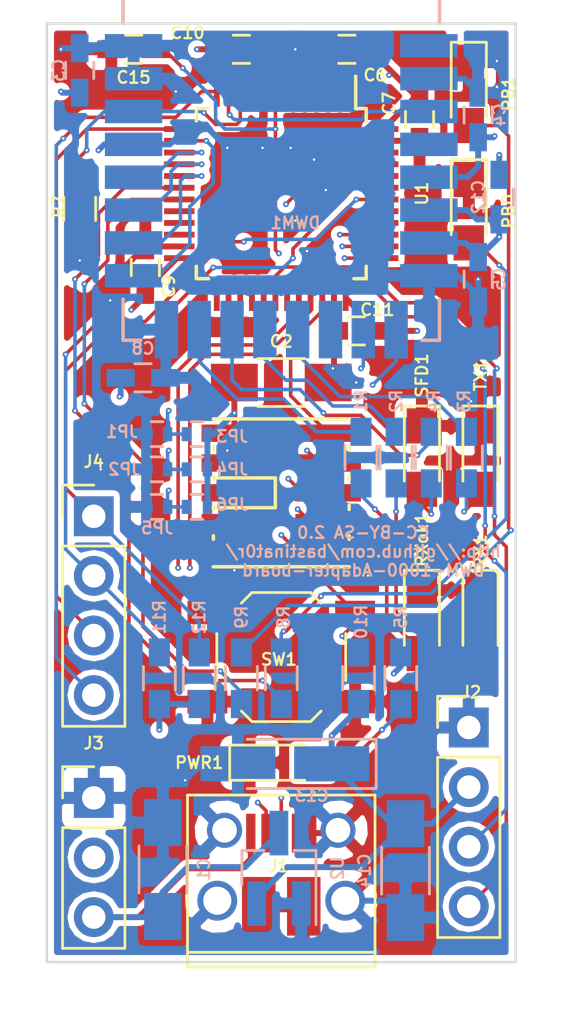
<source format=kicad_pcb>
(kicad_pcb (version 4) (host pcbnew 4.0.7)
  (title_block (title "DWM1000 Adapter board") (date 2017-10-17) (rev 0) (comment 1 "Sebastian Mai") (comment 2 CC-BY-SA-2.0))
  (layers (0 F.Cu signal) (1 In1.Cu mixed hide) (2 In2.Cu mixed hide) (31 B.Cu signal hide) (34 B.Paste user hide) (35 F.Paste user hide) (36 B.SilkS user) (37 F.SilkS user) (38 B.Mask user hide) (39 F.Mask user hide) (44 Edge.Cuts user))
  (net 0 "")
  (net 1 +5V)
  (net 2 GND)
  (net 3 +3V3)
  (net 4 /EXTON)
  (net 5 /DWMRSTn)
  (net 6 /GPIO7)
  (net 7 /SPIPHA)
  (net 8 /SPIPOL)
  (net 9 "Net-(DWM1-Pad11)")
  (net 10 /TXLED)
  (net 11 /RXLED)
  (net 12 /SFDLED)
  (net 13 /RXOKLED)
  (net 14 /SPI1_NSS)
  (net 15 /SPI1_MOSI)
  (net 16 /SPI1_MISO)
  (net 17 /SPI1_SCK)
  (net 18 /IRQ)
  (net 19 /PA11USB_DM)
  (net 20 /PA12USB_DP)
  (net 21 "Net-(J1-Pad4)")
  (net 22 /USART1_RX)
  (net 23 /USART1_TX)
  (net 24 /BOOT0)
  (net 25 "Net-(PB0-Pad2)")
  (net 26 "Net-(PB1-Pad2)")
  (net 27 "Net-(PWR1-Pad2)")
  (net 28 "Net-(R1-Pad2)")
  (net 29 "Net-(R2-Pad2)")
  (net 30 "Net-(R3-Pad2)")
  (net 31 "Net-(R4-Pad2)")
  (net 32 /PB0)
  (net 33 /PB1)
  (net 34 /nRST)
  (net 35 "Net-(U1-Pad2)")
  (net 36 "Net-(U1-Pad3)")
  (net 37 "Net-(U1-Pad4)")
  (net 38 "Net-(U1-Pad5)")
  (net 39 "Net-(U1-Pad6)")
  (net 40 /USART2_TX)
  (net 41 /USART2_RX)
  (net 42 "Net-(U1-Pad20)")
  (net 43 "Net-(U1-Pad21)")
  (net 44 "Net-(U1-Pad22)")
  (net 45 "Net-(U1-Pad25)")
  (net 46 "Net-(U1-Pad26)")
  (net 47 "Net-(U1-Pad27)")
  (net 48 "Net-(U1-Pad28)")
  (net 49 "Net-(U1-Pad29)")
  (net 50 /SWDIO)
  (net 51 /SWCLK)
  (net 52 /SWTDI)
  (net 53 /SWO)
  (net 54 "Net-(U1-Pad40)")
  (net 55 "Net-(U1-Pad41)")
  (net 56 /I2C1_SCL)
  (net 57 "Net-(U1-Pad45)")
  (net 58 "Net-(U1-Pad46)")
  (net 59 /I2C1_SDA)
  (module Housings_QFP:LQFP-48_7x7mm_Pitch0.5mm (layer F.Cu) (at 70 67.25 270)
    (fp_text reference U1 (at 0 -6 270) (layer F.SilkS) (effects (font (size 0.5 0.5) (thickness 0.1))))
    (fp_text value STM32L443CCTx_u)
    (pad 1 smd rect (at -4.35 -2.75 270) (size 1.3 0.25) (layers F.Cu F.Paste F.Mask) (net 3 +3V3))
    (pad 2 smd rect (at -4.35 -2.25 270) (size 1.3 0.25) (layers F.Cu F.Paste F.Mask) (net 35 "Net-(U1-Pad2)"))
    (pad 3 smd rect (at -4.35 -1.75 270) (size 1.3 0.25) (layers F.Cu F.Paste F.Mask) (net 36 "Net-(U1-Pad3)"))
    (pad 4 smd rect (at -4.35 -1.25 270) (size 1.3 0.25) (layers F.Cu F.Paste F.Mask) (net 37 "Net-(U1-Pad4)"))
    (pad 5 smd rect (at -4.35 -0.75 270) (size 1.3 0.25) (layers F.Cu F.Paste F.Mask) (net 38 "Net-(U1-Pad5)"))
    (pad 6 smd rect (at -4.35 -0.25 270) (size 1.3 0.25) (layers F.Cu F.Paste F.Mask) (net 39 "Net-(U1-Pad6)"))
    (pad 7 smd rect (at -4.35 0.25 270) (size 1.3 0.25) (layers F.Cu F.Paste F.Mask) (net 34 /nRST))
    (pad 8 smd rect (at -4.35 0.75 270) (size 1.3 0.25) (layers F.Cu F.Paste F.Mask) (net 2 GND))
    (pad 9 smd rect (at -4.35 1.25 270) (size 1.3 0.25) (layers F.Cu F.Paste F.Mask) (net 3 +3V3))
    (pad 10 smd rect (at -4.35 1.75 270) (size 1.3 0.25) (layers F.Cu F.Paste F.Mask) (net 18 /IRQ))
    (pad 11 smd rect (at -4.35 2.25 270) (size 1.3 0.25) (layers F.Cu F.Paste F.Mask) (net 5 /DWMRSTn))
    (pad 12 smd rect (at -4.35 2.75 270) (size 1.3 0.25) (layers F.Cu F.Paste F.Mask) (net 40 /USART2_TX))
    (pad 13 smd rect (at -2.75 4.35) (size 1.3 0.25) (layers F.Cu F.Paste F.Mask) (net 41 /USART2_RX))
    (pad 14 smd rect (at -2.25 4.35) (size 1.3 0.25) (layers F.Cu F.Paste F.Mask) (net 14 /SPI1_NSS))
    (pad 15 smd rect (at -1.75 4.35) (size 1.3 0.25) (layers F.Cu F.Paste F.Mask) (net 17 /SPI1_SCK))
    (pad 16 smd rect (at -1.25 4.35) (size 1.3 0.25) (layers F.Cu F.Paste F.Mask) (net 16 /SPI1_MISO))
    (pad 17 smd rect (at -0.75 4.35) (size 1.3 0.25) (layers F.Cu F.Paste F.Mask) (net 15 /SPI1_MOSI))
    (pad 18 smd rect (at -0.25 4.35) (size 1.3 0.25) (layers F.Cu F.Paste F.Mask) (net 32 /PB0))
    (pad 19 smd rect (at 0.25 4.35) (size 1.3 0.25) (layers F.Cu F.Paste F.Mask) (net 33 /PB1))
    (pad 20 smd rect (at 0.75 4.35) (size 1.3 0.25) (layers F.Cu F.Paste F.Mask) (net 42 "Net-(U1-Pad20)"))
    (pad 21 smd rect (at 1.25 4.35) (size 1.3 0.25) (layers F.Cu F.Paste F.Mask) (net 43 "Net-(U1-Pad21)"))
    (pad 22 smd rect (at 1.75 4.35) (size 1.3 0.25) (layers F.Cu F.Paste F.Mask) (net 44 "Net-(U1-Pad22)"))
    (pad 23 smd rect (at 2.25 4.35) (size 1.3 0.25) (layers F.Cu F.Paste F.Mask) (net 2 GND))
    (pad 24 smd rect (at 2.75 4.35) (size 1.3 0.25) (layers F.Cu F.Paste F.Mask) (net 3 +3V3))
    (pad 25 smd rect (at 4.35 2.75 270) (size 1.3 0.25) (layers F.Cu F.Paste F.Mask) (net 45 "Net-(U1-Pad25)"))
    (pad 26 smd rect (at 4.35 2.25 270) (size 1.3 0.25) (layers F.Cu F.Paste F.Mask) (net 46 "Net-(U1-Pad26)"))
    (pad 27 smd rect (at 4.35 1.75 270) (size 1.3 0.25) (layers F.Cu F.Paste F.Mask) (net 47 "Net-(U1-Pad27)"))
    (pad 28 smd rect (at 4.35 1.25 270) (size 1.3 0.25) (layers F.Cu F.Paste F.Mask) (net 48 "Net-(U1-Pad28)"))
    (pad 29 smd rect (at 4.35 0.75 270) (size 1.3 0.25) (layers F.Cu F.Paste F.Mask) (net 49 "Net-(U1-Pad29)"))
    (pad 30 smd rect (at 4.35 0.25 270) (size 1.3 0.25) (layers F.Cu F.Paste F.Mask) (net 23 /USART1_TX))
    (pad 31 smd rect (at 4.35 -0.25 270) (size 1.3 0.25) (layers F.Cu F.Paste F.Mask) (net 22 /USART1_RX))
    (pad 32 smd rect (at 4.35 -0.75 270) (size 1.3 0.25) (layers F.Cu F.Paste F.Mask) (net 19 /PA11USB_DM))
    (pad 33 smd rect (at 4.35 -1.25 270) (size 1.3 0.25) (layers F.Cu F.Paste F.Mask) (net 20 /PA12USB_DP))
    (pad 34 smd rect (at 4.35 -1.75 270) (size 1.3 0.25) (layers F.Cu F.Paste F.Mask) (net 50 /SWDIO))
    (pad 35 smd rect (at 4.35 -2.25 270) (size 1.3 0.25) (layers F.Cu F.Paste F.Mask) (net 2 GND))
    (pad 36 smd rect (at 4.35 -2.75 270) (size 1.3 0.25) (layers F.Cu F.Paste F.Mask) (net 3 +3V3))
    (pad 37 smd rect (at 2.75 -4.35) (size 1.3 0.25) (layers F.Cu F.Paste F.Mask) (net 51 /SWCLK))
    (pad 38 smd rect (at 2.25 -4.35) (size 1.3 0.25) (layers F.Cu F.Paste F.Mask) (net 52 /SWTDI))
    (pad 39 smd rect (at 1.75 -4.35) (size 1.3 0.25) (layers F.Cu F.Paste F.Mask) (net 53 /SWO))
    (pad 40 smd rect (at 1.25 -4.35) (size 1.3 0.25) (layers F.Cu F.Paste F.Mask) (net 54 "Net-(U1-Pad40)"))
    (pad 41 smd rect (at 0.75 -4.35) (size 1.3 0.25) (layers F.Cu F.Paste F.Mask) (net 55 "Net-(U1-Pad41)"))
    (pad 42 smd rect (at 0.25 -4.35) (size 1.3 0.25) (layers F.Cu F.Paste F.Mask) (net 56 /I2C1_SCL))
    (pad 43 smd rect (at -0.25 -4.35) (size 1.3 0.25) (layers F.Cu F.Paste F.Mask) (net 59 /I2C1_SDA))
    (pad 44 smd rect (at -0.75 -4.35) (size 1.3 0.25) (layers F.Cu F.Paste F.Mask) (net 24 /BOOT0))
    (pad 45 smd rect (at -1.25 -4.35) (size 1.3 0.25) (layers F.Cu F.Paste F.Mask) (net 57 "Net-(U1-Pad45)"))
    (pad 46 smd rect (at -1.75 -4.35) (size 1.3 0.25) (layers F.Cu F.Paste F.Mask) (net 58 "Net-(U1-Pad46)"))
    (pad 47 smd rect (at -2.25 -4.35) (size 1.3 0.25) (layers F.Cu F.Paste F.Mask) (net 2 GND))
    (pad 48 smd rect (at -2.75 -4.35) (size 1.3 0.25) (layers F.Cu F.Paste F.Mask) (net 3 +3V3))
  )
  (module Connect:USB_Micro-B_10103594-0001LF (layer F.Cu) (at 70 96)
    (fp_text reference J1 (at -0.1 -0.1) (layer F.SilkS) (effects (font (size 0.5 0.5) (thickness 0.1))))
    (fp_text value USB_OTG)
    (pad 1 smd rect (at -1.3 -1.5 90) (size 1.65 0.4) (layers F.Cu F.Paste F.Mask) (net 1 +5V))
    (pad 2 smd rect (at -0.65 -1.5 90) (size 1.65 0.4) (layers F.Cu F.Paste F.Mask) (net 19 /PA11USB_DM))
    (pad 3 smd rect (at 0 -1.5 90) (size 1.65 0.4) (layers F.Cu F.Paste F.Mask) (net 20 /PA12USB_DP))
    (pad 4 smd rect (at 0.65 -1.5 90) (size 1.65 0.4) (layers F.Cu F.Paste F.Mask) (net 21 "Net-(J1-Pad4)"))
    (pad 5 smd rect (at 1.3 -1.5 90) (size 1.65 0.4) (layers F.Cu F.Paste F.Mask) (net 2 GND))
    (pad 6 thru_hole circle (at -2.42 -1.62 90) (size 1.5 1.5) (drill 1.05) (layers *.Cu *.Mask) (net 2 GND))
    (pad 6 thru_hole circle (at 2.42 -1.62 90) (size 1.5 1.5) (drill 1.05) (layers *.Cu *.Mask) (net 2 GND))
    (pad 6 thru_hole circle (at -2.73 1.38 90) (size 1.7 1.7) (drill 1.2) (layers *.Cu *.Mask) (net 2 GND))
    (pad 6 thru_hole circle (at 2.73 1.38 90) (size 1.7 1.7) (drill 1.2) (layers *.Cu *.Mask) (net 2 GND))
    (pad 6 smd rect (at -0.96 1.62 90) (size 2.5 1.43) (layers F.Cu F.Paste F.Mask) (net 2 GND))
    (pad 6 smd rect (at 0.96 1.62 90) (size 2.5 1.43) (layers F.Cu F.Paste F.Mask) (net 2 GND))
  )
  (module Capacitors_SMD:C_1206_HandSoldering (layer B.Cu) (at 64.95 96.05 90)
    (fp_text reference C1 (at 0 1.75 90) (layer B.SilkS) (effects (font (size 0.5 0.5) (thickness 0.1)) (justify mirror)))
    (fp_text value 1U)
    (pad 1 smd rect (at -2 0 90) (size 2 1.6) (layers B.Cu B.Paste B.Mask) (net 1 +5V))
    (pad 2 smd rect (at 2 0 90) (size 2 1.6) (layers B.Cu B.Paste B.Mask) (net 2 GND))
  )
  (module Capacitors_SMD:C_1206_HandSoldering (layer F.Cu) (at 70 75.3)
    (fp_text reference C2 (at 0 -1.75) (layer F.SilkS) (effects (font (size 0.5 0.5) (thickness 0.1))))
    (fp_text value 1u)
    (pad 1 smd rect (at -2 0) (size 2 1.6) (layers F.Cu F.Paste F.Mask) (net 3 +3V3))
    (pad 2 smd rect (at 2 0) (size 2 1.6) (layers F.Cu F.Paste F.Mask) (net 2 GND))
  )
  (module Capacitors_SMD:C_0603_HandSoldering (layer B.Cu) (at 61.4 62 270)
    (fp_text reference C3 (at 0 0.9 270) (layer B.SilkS) (effects (font (size 0.5 0.5) (thickness 0.1)) (justify mirror)))
    (fp_text value 100n)
    (pad 1 smd rect (at -0.95 0 270) (size 1.2 0.75) (layers B.Cu B.Paste B.Mask) (net 2 GND))
    (pad 2 smd rect (at 0.95 0 270) (size 1.2 0.75) (layers B.Cu B.Paste B.Mask) (net 3 +3V3))
  )
  (module Capacitors_SMD:C_0603_HandSoldering (layer B.Cu) (at 78.4 63.9 270)
    (fp_text reference C4 (at 0 -0.9 270) (layer B.SilkS) (effects (font (size 0.5 0.5) (thickness 0.1)) (justify mirror)))
    (fp_text value 100n)
    (pad 1 smd rect (at -0.95 0 270) (size 1.2 0.75) (layers B.Cu B.Paste B.Mask) (net 2 GND))
    (pad 2 smd rect (at 0.95 0 270) (size 1.2 0.75) (layers B.Cu B.Paste B.Mask) (net 3 +3V3))
  )
  (module Capacitors_SMD:C_0603_HandSoldering (layer B.Cu) (at 78.4 70.9 90)
    (fp_text reference C5 (at 0 0.9 90) (layer B.SilkS) (effects (font (size 0.5 0.5) (thickness 0.1)) (justify mirror)))
    (fp_text value 100n)
    (pad 1 smd rect (at -0.95 0 90) (size 1.2 0.75) (layers B.Cu B.Paste B.Mask) (net 2 GND))
    (pad 2 smd rect (at 0.95 0 90) (size 1.2 0.75) (layers B.Cu B.Paste B.Mask) (net 3 +3V3))
  )
  (module Capacitors_SMD:C_0603_HandSoldering (layer F.Cu) (at 72.8 61.1)
    (fp_text reference C6 (at 1.2 1.1) (layer F.SilkS) (effects (font (size 0.5 0.5) (thickness 0.1))))
    (fp_text value 100n)
    (pad 1 smd rect (at -0.95 0) (size 1.2 0.75) (layers F.Cu F.Paste F.Mask) (net 2 GND))
    (pad 2 smd rect (at 0.95 0) (size 1.2 0.75) (layers F.Cu F.Paste F.Mask) (net 3 +3V3))
  )
  (module Capacitors_SMD:C_0603_HandSoldering (layer F.Cu) (at 75.9 64.1 90)
    (fp_text reference C7 (at 0.7 -1.3 90) (layer F.SilkS) (effects (font (size 0.5 0.5) (thickness 0.1))))
    (fp_text value 100n)
    (pad 1 smd rect (at -0.95 0 90) (size 1.2 0.75) (layers F.Cu F.Paste F.Mask) (net 2 GND))
    (pad 2 smd rect (at 0.95 0 90) (size 1.2 0.75) (layers F.Cu F.Paste F.Mask) (net 3 +3V3))
  )
  (module Capacitors_SMD:C_0603_HandSoldering (layer B.Cu) (at 64.1 75.1 180)
    (fp_text reference C8 (at 0 1.25 180) (layer B.SilkS) (effects (font (size 0.5 0.5) (thickness 0.1)) (justify mirror)))
    (fp_text value 100n)
    (pad 1 smd rect (at -0.95 0 180) (size 1.2 0.75) (layers B.Cu B.Paste B.Mask) (net 2 GND))
    (pad 2 smd rect (at 0.95 0 180) (size 1.2 0.75) (layers B.Cu B.Paste B.Mask) (net 3 +3V3))
  )
  (module Capacitors_SMD:C_0603_HandSoldering (layer F.Cu) (at 64.2 70.4 270)
    (fp_text reference C9 (at 0.8 -1 270) (layer F.SilkS) (effects (font (size 0.5 0.5) (thickness 0.1))))
    (fp_text value 100n)
    (pad 1 smd rect (at -0.95 0 270) (size 1.2 0.75) (layers F.Cu F.Paste F.Mask) (net 2 GND))
    (pad 2 smd rect (at 0.95 0 270) (size 1.2 0.75) (layers F.Cu F.Paste F.Mask) (net 3 +3V3))
  )
  (module Capacitors_SMD:C_0603_HandSoldering (layer F.Cu) (at 68.3 61.1 180)
    (fp_text reference C10 (at 2.3 0.7 180) (layer F.SilkS) (effects (font (size 0.5 0.5) (thickness 0.1))))
    (fp_text value 100n)
    (pad 1 smd rect (at -0.95 0 180) (size 1.2 0.75) (layers F.Cu F.Paste F.Mask) (net 2 GND))
    (pad 2 smd rect (at 0.95 0 180) (size 1.2 0.75) (layers F.Cu F.Paste F.Mask) (net 3 +3V3))
  )
  (module Capacitors_SMD:C_0603_HandSoldering (layer F.Cu) (at 73.2 73.1)
    (fp_text reference C11 (at 0.9 -0.9) (layer F.SilkS) (effects (font (size 0.5 0.5) (thickness 0.1))))
    (fp_text value 100n)
    (pad 1 smd rect (at -0.95 0) (size 1.2 0.75) (layers F.Cu F.Paste F.Mask) (net 2 GND))
    (pad 2 smd rect (at 0.95 0) (size 1.2 0.75) (layers F.Cu F.Paste F.Mask) (net 3 +3V3))
  )
  (module Capacitors_SMD:C_0603_HandSoldering (layer B.Cu) (at 79.3 67.4 270)
    (fp_text reference C12 (at 0 0.9 270) (layer B.SilkS) (effects (font (size 0.5 0.5) (thickness 0.1)) (justify mirror)))
    (fp_text value 100n)
    (pad 1 smd rect (at -0.95 0 270) (size 1.2 0.75) (layers B.Cu B.Paste B.Mask) (net 2 GND))
    (pad 2 smd rect (at 0.95 0 270) (size 1.2 0.75) (layers B.Cu B.Paste B.Mask) (net 3 +3V3))
  )
  (module Capacitors_Tantalum_SMD:CP_Tantalum_Case-A_EIA-3216-18_Hand (layer B.Cu) (at 70.15 91.55 180)
    (fp_text reference C13 (at -1.15 -1.35 180) (layer B.SilkS) (effects (font (size 0.5 0.5) (thickness 0.1)) (justify mirror)))
    (fp_text value 4.7U)
    (pad 1 smd rect (at -2 0 180) (size 3.2 1.5) (layers B.Cu B.Paste B.Mask) (net 3 +3V3))
    (pad 2 smd rect (at 2 0 180) (size 3.2 1.5) (layers B.Cu B.Paste B.Mask) (net 2 GND))
  )
  (module Capacitors_SMD:C_1206_HandSoldering (layer B.Cu) (at 75.3 96.1 270)
    (fp_text reference C14 (at 0 1.75 270) (layer B.SilkS) (effects (font (size 0.5 0.5) (thickness 0.1)) (justify mirror)))
    (fp_text value 1U)
    (pad 1 smd rect (at -2 0 270) (size 2 1.6) (layers B.Cu B.Paste B.Mask) (net 3 +3V3))
    (pad 2 smd rect (at 2 0 270) (size 2 1.6) (layers B.Cu B.Paste B.Mask) (net 2 GND))
  )
  (module RF_Modules:DWM1000 (layer B.Cu) (at 70 61.75 180)
    (fp_text reference DWM1 (at -0.6 -6.75 180) (layer B.SilkS) (effects (font (size 0.5 0.5) (thickness 0.1)) (justify mirror)))
    (fp_text value DWM1000)
    (pad 1 smd rect (at -6.3 0.7988 90) (size 1 2.45) (layers B.Cu B.Paste B.Mask) (net 4 /EXTON))
    (pad 2 smd rect (at -6.3 -0.6012 90) (size 1 2.45) (layers B.Cu B.Paste B.Mask) (net 2 GND))
    (pad 3 smd rect (at -6.3 -2.0012 90) (size 1 2.45) (layers B.Cu B.Paste B.Mask) (net 5 /DWMRSTn))
    (pad 4 smd rect (at -6.3 -3.4012 90) (size 1 2.45) (layers B.Cu B.Paste B.Mask) (net 6 /GPIO7))
    (pad 5 smd rect (at -6.3 -4.8012 90) (size 1 2.45) (layers B.Cu B.Paste B.Mask) (net 3 +3V3))
    (pad 6 smd rect (at -6.3 -6.2012 90) (size 1 2.45) (layers B.Cu B.Paste B.Mask) (net 3 +3V3))
    (pad 7 smd rect (at -6.3 -7.6012 90) (size 1 2.45) (layers B.Cu B.Paste B.Mask) (net 3 +3V3))
    (pad 8 smd rect (at -6.3 -9.0012 90) (size 1 2.45) (layers B.Cu B.Paste B.Mask) (net 2 GND))
    (pad 9 smd rect (at -4.9 -11.2962 180) (size 1 2.45) (layers B.Cu B.Paste B.Mask) (net 7 /SPIPHA))
    (pad 10 smd rect (at -3.5 -11.2962 180) (size 1 2.45) (layers B.Cu B.Paste B.Mask) (net 8 /SPIPOL))
    (pad 11 smd rect (at -2.1 -11.2962 180) (size 1 2.45) (layers B.Cu B.Paste B.Mask) (net 9 "Net-(DWM1-Pad11)"))
    (pad 12 smd rect (at -0.7 -11.2962 180) (size 1 2.45) (layers B.Cu B.Paste B.Mask) (net 10 /TXLED))
    (pad 13 smd rect (at 0.7 -11.2962 180) (size 1 2.45) (layers B.Cu B.Paste B.Mask) (net 11 /RXLED))
    (pad 14 smd rect (at 2.1 -11.2962 180) (size 1 2.45) (layers B.Cu B.Paste B.Mask) (net 12 /SFDLED))
    (pad 15 smd rect (at 3.5 -11.2962 180) (size 1 2.45) (layers B.Cu B.Paste B.Mask) (net 13 /RXOKLED))
    (pad 16 smd rect (at 4.9 -11.2962 180) (size 1 2.45) (layers B.Cu B.Paste B.Mask) (net 2 GND))
    (pad 17 smd rect (at 6.3 -9 90) (size 1 2.45) (layers B.Cu B.Paste B.Mask) (net 14 /SPI1_NSS))
    (pad 18 smd rect (at 6.3 -7.6 90) (size 1 2.45) (layers B.Cu B.Paste B.Mask) (net 15 /SPI1_MOSI))
    (pad 19 smd rect (at 6.3 -6.2012 90) (size 1 2.45) (layers B.Cu B.Paste B.Mask) (net 16 /SPI1_MISO))
    (pad 20 smd rect (at 6.3 -4.8012 90) (size 1 2.45) (layers B.Cu B.Paste B.Mask) (net 17 /SPI1_SCK))
    (pad 21 smd rect (at 6.3 -3.4012 90) (size 1 2.45) (layers B.Cu B.Paste B.Mask) (net 2 GND))
    (pad 22 smd rect (at 6.3 -2.0012 90) (size 1 2.45) (layers B.Cu B.Paste B.Mask) (net 18 /IRQ))
    (pad 23 smd rect (at 6.3 -0.6012 90) (size 1 2.45) (layers B.Cu B.Paste B.Mask) (net 2 GND))
    (pad 24 smd rect (at 6.3 0.7988 90) (size 1 2.45) (layers B.Cu B.Paste B.Mask) (net 2 GND))
  )
  (module Pin_Headers:Pin_Header_Straight_1x04_Pitch2.54mm (layer F.Cu) (at 78 90)
    (fp_text reference J2 (at 0.1 -1.5) (layer F.SilkS) (effects (font (size 0.5 0.5) (thickness 0.1))))
    (fp_text value USART1)
    (pad 1 thru_hole rect (at 0 0) (size 1.7 1.7) (drill 1) (layers *.Cu *.Mask) (net 2 GND))
    (pad 2 thru_hole oval (at 0 2.54) (size 1.7 1.7) (drill 1) (layers *.Cu *.Mask) (net 3 +3V3))
    (pad 3 thru_hole oval (at 0 5.08) (size 1.7 1.7) (drill 1) (layers *.Cu *.Mask) (net 22 /USART1_RX))
    (pad 4 thru_hole oval (at 0 7.62) (size 1.7 1.7) (drill 1) (layers *.Cu *.Mask) (net 23 /USART1_TX))
  )
  (module Pin_Headers:Pin_Header_Straight_1x03_Pitch2.54mm (layer F.Cu) (at 62 93)
    (fp_text reference J3 (at 0 -2.33) (layer F.SilkS) (effects (font (size 0.5 0.5) (thickness 0.1))))
    (fp_text value PWR)
    (pad 1 thru_hole rect (at 0 0) (size 1.7 1.7) (drill 1) (layers *.Cu *.Mask) (net 2 GND))
    (pad 2 thru_hole oval (at 0 2.54) (size 1.7 1.7) (drill 1) (layers *.Cu *.Mask) (net 3 +3V3))
    (pad 3 thru_hole oval (at 0 5.08) (size 1.7 1.7) (drill 1) (layers *.Cu *.Mask) (net 1 +5V))
  )
  (module Pin_Headers:Pin_Header_Straight_1x04_Pitch2.54mm (layer F.Cu) (at 62 81)
    (fp_text reference J4 (at 0 -2.33) (layer F.SilkS) (effects (font (size 0.5 0.5) (thickness 0.1))))
    (fp_text value GPIO)
    (pad 1 thru_hole rect (at 0 0) (size 1.7 1.7) (drill 1) (layers *.Cu *.Mask) (net 59 /I2C1_SDA))
    (pad 2 thru_hole oval (at 0 2.54) (size 1.7 1.7) (drill 1) (layers *.Cu *.Mask) (net 56 /I2C1_SCL))
    (pad 3 thru_hole oval (at 0 5.08) (size 1.7 1.7) (drill 1) (layers *.Cu *.Mask) (net 41 /USART2_RX))
    (pad 4 thru_hole oval (at 0 7.62) (size 1.7 1.7) (drill 1) (layers *.Cu *.Mask) (net 40 /USART2_TX))
  )
  (module Resistors_SMD:R_0402 (layer B.Cu) (at 64.7 77.5)
    (fp_text reference JP1 (at -1.5 -0.1) (layer B.SilkS) (effects (font (size 0.5 0.5) (thickness 0.1)) (justify mirror)))
    (fp_text value Jumper_NC_Small)
    (pad 1 smd rect (at -0.45 0) (size 0.4 0.6) (layers B.Cu B.Paste B.Mask) (net 2 GND))
    (pad 2 smd rect (at 0.45 0) (size 0.4 0.6) (layers B.Cu B.Paste B.Mask) (net 8 /SPIPOL))
  )
  (module Resistors_SMD:R_0402 (layer B.Cu) (at 64.7 79)
    (fp_text reference JP2 (at -1.4 0) (layer B.SilkS) (effects (font (size 0.5 0.5) (thickness 0.1)) (justify mirror)))
    (fp_text value Jumper_NC_Small)
    (pad 1 smd rect (at -0.45 0) (size 0.4 0.6) (layers B.Cu B.Paste B.Mask) (net 2 GND))
    (pad 2 smd rect (at 0.45 0) (size 0.4 0.6) (layers B.Cu B.Paste B.Mask) (net 7 /SPIPHA))
  )
  (module Resistors_SMD:R_0402 (layer B.Cu) (at 66.4 77.5)
    (fp_text reference JP3 (at 1.5 0.1) (layer B.SilkS) (effects (font (size 0.5 0.5) (thickness 0.1)) (justify mirror)))
    (fp_text value Jumper_NO_Small)
    (pad 1 smd rect (at -0.45 0) (size 0.4 0.6) (layers B.Cu B.Paste B.Mask) (net 8 /SPIPOL))
    (pad 2 smd rect (at 0.45 0) (size 0.4 0.6) (layers B.Cu B.Paste B.Mask) (net 3 +3V3))
  )
  (module Resistors_SMD:R_0402 (layer B.Cu) (at 66.4 79)
    (fp_text reference JP4 (at 1.5 0) (layer B.SilkS) (effects (font (size 0.5 0.5) (thickness 0.1)) (justify mirror)))
    (fp_text value Jumper_NO_Small)
    (pad 1 smd rect (at -0.45 0) (size 0.4 0.6) (layers B.Cu B.Paste B.Mask) (net 7 /SPIPHA))
    (pad 2 smd rect (at 0.45 0) (size 0.4 0.6) (layers B.Cu B.Paste B.Mask) (net 3 +3V3))
  )
  (module Resistors_SMD:R_0402 (layer B.Cu) (at 64.7 80.6)
    (fp_text reference JP5 (at 0 0.9) (layer B.SilkS) (effects (font (size 0.5 0.5) (thickness 0.1)) (justify mirror)))
    (fp_text value Jumper_NC_Small)
    (pad 1 smd rect (at -0.45 0) (size 0.4 0.6) (layers B.Cu B.Paste B.Mask) (net 2 GND))
    (pad 2 smd rect (at 0.45 0) (size 0.4 0.6) (layers B.Cu B.Paste B.Mask) (net 24 /BOOT0))
  )
  (module Resistors_SMD:R_0402 (layer B.Cu) (at 66.4 80.6)
    (fp_text reference JP6 (at 1.5 -0.1) (layer B.SilkS) (effects (font (size 0.5 0.5) (thickness 0.1)) (justify mirror)))
    (fp_text value Jumper_NO_Small)
    (pad 1 smd rect (at -0.45 0) (size 0.4 0.6) (layers B.Cu B.Paste B.Mask) (net 24 /BOOT0))
    (pad 2 smd rect (at 0.45 0) (size 0.4 0.6) (layers B.Cu B.Paste B.Mask) (net 3 +3V3))
  )
  (module LEDs:LED_0805_HandSoldering (layer F.Cu) (at 78 68 270)
    (fp_text reference PB0 (at 0 -1.7 270) (layer F.SilkS) (effects (font (size 0.5 0.5) (thickness 0.1))))
    (fp_text value PB0)
    (pad 1 smd rect (at -1.35 0 270) (size 1.5 1.3) (layers F.Cu F.Paste F.Mask) (net 2 GND))
    (pad 2 smd rect (at 1.35 0 270) (size 1.5 1.3) (layers F.Cu F.Paste F.Mask) (net 25 "Net-(PB0-Pad2)"))
  )
  (module LEDs:LED_0805_HandSoldering (layer F.Cu) (at 78 63 270)
    (fp_text reference PB1 (at 0 -1.7 270) (layer F.SilkS) (effects (font (size 0.5 0.5) (thickness 0.1))))
    (fp_text value PB1)
    (pad 1 smd rect (at -1.35 0 270) (size 1.5 1.3) (layers F.Cu F.Paste F.Mask) (net 2 GND))
    (pad 2 smd rect (at 1.35 0 270) (size 1.5 1.3) (layers F.Cu F.Paste F.Mask) (net 26 "Net-(PB1-Pad2)"))
  )
  (module LEDs:LED_0805_HandSoldering (layer F.Cu) (at 70 91.5)
    (fp_text reference PWR1 (at -3.5 0) (layer F.SilkS) (effects (font (size 0.5 0.5) (thickness 0.1))))
    (fp_text value PWR)
    (pad 1 smd rect (at -1.35 0) (size 1.5 1.3) (layers F.Cu F.Paste F.Mask) (net 2 GND))
    (pad 2 smd rect (at 1.35 0) (size 1.5 1.3) (layers F.Cu F.Paste F.Mask) (net 27 "Net-(PWR1-Pad2)"))
  )
  (module Resistors_SMD:R_0603_HandSoldering (layer B.Cu) (at 73.4 78.5 270)
    (fp_text reference R1 (at -2.4 0 270) (layer B.SilkS) (effects (font (size 0.5 0.5) (thickness 0.1)) (justify mirror)))
    (fp_text value 150)
    (pad 1 smd rect (at -1.1 0 270) (size 1.2 0.9) (layers B.Cu B.Paste B.Mask) (net 13 /RXOKLED))
    (pad 2 smd rect (at 1.1 0 270) (size 1.2 0.9) (layers B.Cu B.Paste B.Mask) (net 28 "Net-(R1-Pad2)"))
  )
  (module Resistors_SMD:R_0603_HandSoldering (layer B.Cu) (at 74.9 78.5 270)
    (fp_text reference R2 (at -2.4 0 270) (layer B.SilkS) (effects (font (size 0.5 0.5) (thickness 0.1)) (justify mirror)))
    (fp_text value 150)
    (pad 1 smd rect (at -1.1 0 270) (size 1.2 0.9) (layers B.Cu B.Paste B.Mask) (net 11 /RXLED))
    (pad 2 smd rect (at 1.1 0 270) (size 1.2 0.9) (layers B.Cu B.Paste B.Mask) (net 29 "Net-(R2-Pad2)"))
  )
  (module Resistors_SMD:R_0603_HandSoldering (layer B.Cu) (at 77.9 78.5 270)
    (fp_text reference R3 (at -2.4 0.1 270) (layer B.SilkS) (effects (font (size 0.5 0.5) (thickness 0.1)) (justify mirror)))
    (fp_text value 150)
    (pad 1 smd rect (at -1.1 0 270) (size 1.2 0.9) (layers B.Cu B.Paste B.Mask) (net 10 /TXLED))
    (pad 2 smd rect (at 1.1 0 270) (size 1.2 0.9) (layers B.Cu B.Paste B.Mask) (net 30 "Net-(R3-Pad2)"))
  )
  (module Resistors_SMD:R_0603_HandSoldering (layer B.Cu) (at 76.4 78.5 270)
    (fp_text reference R4 (at -2.4 -0.1 270) (layer B.SilkS) (effects (font (size 0.5 0.5) (thickness 0.1)) (justify mirror)))
    (fp_text value 150)
    (pad 1 smd rect (at -1.1 0 270) (size 1.2 0.9) (layers B.Cu B.Paste B.Mask) (net 12 /SFDLED))
    (pad 2 smd rect (at 1.1 0 270) (size 1.2 0.9) (layers B.Cu B.Paste B.Mask) (net 31 "Net-(R4-Pad2)"))
  )
  (module Resistors_SMD:R_0603_HandSoldering (layer B.Cu) (at 75.1 87.9 270)
    (fp_text reference R5 (at -2.6 0 270) (layer B.SilkS) (effects (font (size 0.5 0.5) (thickness 0.1)) (justify mirror)))
    (fp_text value 150)
    (pad 1 smd rect (at -1.1 0 270) (size 1.2 0.9) (layers B.Cu B.Paste B.Mask) (net 3 +3V3))
    (pad 2 smd rect (at 1.1 0 270) (size 1.2 0.9) (layers B.Cu B.Paste B.Mask) (net 27 "Net-(PWR1-Pad2)"))
  )
  (module Resistors_SMD:R_0603_HandSoldering (layer F.Cu) (at 61.4 67.9 90)
    (fp_text reference R7 (at 0.1 -0.9 90) (layer F.SilkS) (effects (font (size 0.5 0.5) (thickness 0.1))))
    (fp_text value 10k)
    (pad 1 smd rect (at -1.1 0 90) (size 1.2 0.9) (layers F.Cu F.Paste F.Mask) (net 2 GND))
    (pad 2 smd rect (at 1.1 0 90) (size 1.2 0.9) (layers F.Cu F.Paste F.Mask) (net 18 /IRQ))
  )
  (module Resistors_SMD:R_0603_HandSoldering (layer B.Cu) (at 70 87.9 90)
    (fp_text reference R8 (at 2.6 0.1 90) (layer B.SilkS) (effects (font (size 0.5 0.5) (thickness 0.1)) (justify mirror)))
    (fp_text value 150)
    (pad 1 smd rect (at -1.1 0 90) (size 1.2 0.9) (layers B.Cu B.Paste B.Mask) (net 32 /PB0))
    (pad 2 smd rect (at 1.1 0 90) (size 1.2 0.9) (layers B.Cu B.Paste B.Mask) (net 25 "Net-(PB0-Pad2)"))
  )
  (module Resistors_SMD:R_0603_HandSoldering (layer B.Cu) (at 68.3 87.9 90)
    (fp_text reference R9 (at 2.6 0 90) (layer B.SilkS) (effects (font (size 0.5 0.5) (thickness 0.1)) (justify mirror)))
    (fp_text value 150)
    (pad 1 smd rect (at -1.1 0 90) (size 1.2 0.9) (layers B.Cu B.Paste B.Mask) (net 33 /PB1))
    (pad 2 smd rect (at 1.1 0 90) (size 1.2 0.9) (layers B.Cu B.Paste B.Mask) (net 26 "Net-(PB1-Pad2)"))
  )
  (module Resistors_SMD:R_0603_HandSoldering (layer B.Cu) (at 73.3 87.9 270)
    (fp_text reference R10 (at -2.4 -0.1 270) (layer B.SilkS) (effects (font (size 0.5 0.5) (thickness 0.1)) (justify mirror)))
    (fp_text value 10k)
    (pad 1 smd rect (at -1.1 0 270) (size 1.2 0.9) (layers B.Cu B.Paste B.Mask) (net 34 /nRST))
    (pad 2 smd rect (at 1.1 0 270) (size 1.2 0.9) (layers B.Cu B.Paste B.Mask) (net 3 +3V3))
  )
  (module Resistors_SMD:R_0603_HandSoldering (layer B.Cu) (at 64.8 87.9 90)
    (fp_text reference R11 (at 2.6 0 90) (layer B.SilkS) (effects (font (size 0.5 0.5) (thickness 0.1)) (justify mirror)))
    (fp_text value 2k)
    (pad 1 smd rect (at -1.1 0 90) (size 1.2 0.9) (layers B.Cu B.Paste B.Mask) (net 3 +3V3))
    (pad 2 smd rect (at 1.1 0 90) (size 1.2 0.9) (layers B.Cu B.Paste B.Mask) (net 56 /I2C1_SCL))
  )
  (module Resistors_SMD:R_0603_HandSoldering (layer B.Cu) (at 66.5 87.9 90)
    (fp_text reference R12 (at 2.6 0 90) (layer B.SilkS) (effects (font (size 0.5 0.5) (thickness 0.1)) (justify mirror)))
    (fp_text value 2k)
    (pad 1 smd rect (at -1.1 0 90) (size 1.2 0.9) (layers B.Cu B.Paste B.Mask) (net 3 +3V3))
    (pad 2 smd rect (at 1.1 0 90) (size 1.2 0.9) (layers B.Cu B.Paste B.Mask) (net 59 /I2C1_SDA))
  )
  (module LEDs:LED_0805_HandSoldering (layer F.Cu) (at 78.5 85.5 270)
    (fp_text reference RX1 (at -3 0 270) (layer F.SilkS) (effects (font (size 0.5 0.5) (thickness 0.1))))
    (fp_text value RX)
    (pad 1 smd rect (at -1.35 0 270) (size 1.5 1.3) (layers F.Cu F.Paste F.Mask) (net 2 GND))
    (pad 2 smd rect (at 1.35 0 270) (size 1.5 1.3) (layers F.Cu F.Paste F.Mask) (net 29 "Net-(R2-Pad2)"))
  )
  (module LEDs:LED_0805_HandSoldering (layer F.Cu) (at 76 85.5 270)
    (fp_text reference RXok1 (at -3.5 0 270) (layer F.SilkS) (effects (font (size 0.5 0.5) (thickness 0.1))))
    (fp_text value RXok)
    (pad 1 smd rect (at -1.35 0 270) (size 1.5 1.3) (layers F.Cu F.Paste F.Mask) (net 2 GND))
    (pad 2 smd rect (at 1.35 0 270) (size 1.5 1.3) (layers F.Cu F.Paste F.Mask) (net 28 "Net-(R1-Pad2)"))
  )
  (module LEDs:LED_0805_HandSoldering (layer F.Cu) (at 76 78.5 270)
    (fp_text reference SFD1 (at -3.5 0 270) (layer F.SilkS) (effects (font (size 0.5 0.5) (thickness 0.1))))
    (fp_text value SFD)
    (pad 1 smd rect (at -1.35 0 270) (size 1.5 1.3) (layers F.Cu F.Paste F.Mask) (net 2 GND))
    (pad 2 smd rect (at 1.35 0 270) (size 1.5 1.3) (layers F.Cu F.Paste F.Mask) (net 31 "Net-(R4-Pad2)"))
  )
  (module Buttons_Switches_SMD:SW_SPST_TL3342 (layer F.Cu) (at 70 87)
    (fp_text reference SW1 (at -0.1 0.1) (layer F.SilkS) (effects (font (size 0.5 0.5) (thickness 0.1))))
    (fp_text value RESET)
    (pad 1 smd rect (at -3.15 -1.9) (size 1.7 1) (layers F.Cu F.Paste F.Mask) (net 34 /nRST))
    (pad 1 smd rect (at 3.15 -1.9) (size 1.7 1) (layers F.Cu F.Paste F.Mask) (net 34 /nRST))
    (pad 2 smd rect (at -3.15 1.9) (size 1.7 1) (layers F.Cu F.Paste F.Mask) (net 2 GND))
    (pad 2 smd rect (at 3.15 1.9) (size 1.7 1) (layers F.Cu F.Paste F.Mask) (net 2 GND))
  )
  (module LEDs:LED_0805_HandSoldering (layer F.Cu) (at 78.5 78.5 270)
    (fp_text reference TX1 (at -3.5 0 270) (layer F.SilkS) (effects (font (size 0.5 0.5) (thickness 0.1))))
    (fp_text value TX)
    (pad 1 smd rect (at -1.35 0 270) (size 1.5 1.3) (layers F.Cu F.Paste F.Mask) (net 2 GND))
    (pad 2 smd rect (at 1.35 0 270) (size 1.5 1.3) (layers F.Cu F.Paste F.Mask) (net 30 "Net-(R3-Pad2)"))
  )
  (module TO_SOT_Packages_SMD:SOT-23_Handsoldering (layer B.Cu) (at 69.9 96 90)
    (fp_text reference U2 (at 0 2.5 90) (layer B.SilkS) (effects (font (size 0.5 0.5) (thickness 0.1)) (justify mirror)))
    (fp_text value MCP1700-3302E_SOT23)
    (pad 1 smd rect (at -1.5 0.95 90) (size 1.9 0.8) (layers B.Cu B.Paste B.Mask) (net 2 GND))
    (pad 2 smd rect (at -1.5 -0.95 90) (size 1.9 0.8) (layers B.Cu B.Paste B.Mask) (net 3 +3V3))
    (pad 3 smd rect (at 1.5 0 90) (size 1.9 0.8) (layers B.Cu B.Paste B.Mask) (net 1 +5V))
  )
  (module pkl_samtec:FTSH-105-XX-X-DV (layer F.Cu) (at 70 80 90)
    (fp_text reference X1)
    (fp_text value JTAG-10)
    (pad 1 smd rect (at 2.54 -2 270) (size 0.74 2.8) (layers F.Cu F.Paste F.Mask) (net 3 +3V3))
    (pad 2 smd rect (at 2.54 2 270) (size 0.74 2.8) (layers F.Cu F.Paste F.Mask) (net 50 /SWDIO))
    (pad 3 smd rect (at 1.27 -2 270) (size 0.74 2.8) (layers F.Cu F.Paste F.Mask) (net 2 GND))
    (pad 4 smd rect (at 1.27 2 270) (size 0.74 2.8) (layers F.Cu F.Paste F.Mask) (net 51 /SWCLK))
    (pad 5 smd rect (at 0 -2 270) (size 0.74 2.8) (layers F.Cu F.Paste F.Mask) (net 2 GND))
    (pad 6 smd rect (at 0 2 270) (size 0.74 2.8) (layers F.Cu F.Paste F.Mask) (net 53 /SWO))
    (pad 7 smd rect (at -1.27 -2 270) (size 0.74 2.8) (layers F.Cu F.Paste F.Mask) (net 2 GND))
    (pad 8 smd rect (at -1.27 2 270) (size 0.74 2.8) (layers F.Cu F.Paste F.Mask) (net 52 /SWTDI))
    (pad 9 smd rect (at -2.54 -2 270) (size 0.74 2.8) (layers F.Cu F.Paste F.Mask) (net 2 GND))
    (pad 10 smd rect (at -2.54 2 270) (size 0.74 2.8) (layers F.Cu F.Paste F.Mask) (net 34 /nRST))
  )
  (module Capacitors_SMD:C_0603_HandSoldering (layer F.Cu) (at 63.7 61.1)
    (fp_text reference C15 (at 0 1.2) (layer F.SilkS) (effects (font (size 0.5 0.5) (thickness 0.1))))
    (fp_text value 100n)
    (pad 1 smd rect (at -0.95 0) (size 1.2 0.75) (layers F.Cu F.Paste F.Mask) (net 2 GND))
    (pad 2 smd rect (at 0.95 0) (size 1.2 0.75) (layers F.Cu F.Paste F.Mask) (net 34 /nRST))
  )
  (gr_text "CC-BY-SA 2.0\nhttp://github.com/bastinat0r/\nDWM-1000-Adapter-board" (at 73.5 82.5) (layer B.SilkS) (effects (font (size 0.5 0.5) (thickness 0.1)) (justify mirror)))
  (gr_line (start 60 100) (end 60 60) (angle 90) (layer Edge.Cuts) (width 0.1))
  (gr_line (start 80 100) (end 60 100) (angle 90) (layer Edge.Cuts) (width 0.1))
  (gr_line (start 80 60) (end 80 100) (angle 90) (layer Edge.Cuts) (width 0.1))
  (gr_line (start 60 60) (end 80 60) (angle 90) (layer Edge.Cuts) (width 0.1))
  (segment (start 64.95 98.05) (end 64.95 97) (width 0.254) (layer B.Cu) (net 1))
  (segment (start 68.45 95.95) (end 69.9 94.5) (width 0.254) (layer B.Cu) (net 1))
  (segment (start 66 95.95) (end 68.45 95.95) (width 0.254) (layer B.Cu) (net 1))
  (segment (start 64.95 97) (end 66 95.95) (width 0.254) (layer B.Cu) (net 1))
  (segment (start 62 98.08) (end 64.92 98.08) (width 0.254) (layer B.Cu) (net 1))
  (segment (start 64.92 98.08) (end 64.95 98.05) (width 0.254) (layer B.Cu) (net 1))
  (segment (start 68.7 94.5) (end 68.7 95.6) (width 0.254) (layer F.Cu) (net 1))
  (segment (start 63.92 98.08) (end 62 98.08) (width 0.254) (layer F.Cu) (net 1))
  (segment (start 66 96) (end 63.92 98.08) (width 0.254) (layer F.Cu) (net 1))
  (segment (start 68.3 96) (end 66 96) (width 0.254) (layer F.Cu) (net 1))
  (segment (start 68.7 95.6) (end 68.3 96) (width 0.254) (layer F.Cu) (net 1))
  (segment (start 69.9 94.5) (end 69.9 94.9) (width 0.254) (layer B.Cu) (net 1))
  (segment (start 65.2488 65.1512) (end 65.9 64.5) (width 0.254) (layer B.Cu) (net 2))
  (segment (start 65.9 64.5) (end 66.9 64.5) (width 0.254) (layer B.Cu) (net 2))
  (segment (start 66.9 64.5) (end 67.7 65.3) (width 0.254) (layer B.Cu) (net 2))
  (via (at 67.7 65.3) (size 0.254) (drill 0.1016) (layers F.Cu B.Cu) (net 2))
  (segment (start 67.7 65.3) (end 69.2 65.3) (width 0.254) (layer F.Cu) (net 2))
  (via (at 69.2 65.3) (size 0.254) (drill 0.1016) (layers F.Cu B.Cu) (net 2))
  (segment (start 69.2 65.3) (end 70.4 65.3) (width 0.254) (layer B.Cu) (net 2))
  (via (at 70.4 65.3) (size 0.254) (drill 0.1016) (layers F.Cu B.Cu) (net 2))
  (segment (start 70.4 65.3) (end 70.9 65.8) (width 0.254) (layer F.Cu) (net 2))
  (segment (start 70.9 65.8) (end 71.4 65.8) (width 0.254) (layer F.Cu) (net 2))
  (via (at 71.4 65.8) (size 0.254) (drill 0.1016) (layers F.Cu B.Cu) (net 2))
  (segment (start 71.4 65.8) (end 71.9 66.3) (width 0.254) (layer B.Cu) (net 2))
  (segment (start 71.9 66.3) (end 71.9 67.1) (width 0.254) (layer B.Cu) (net 2))
  (via (at 71.9 67.1) (size 0.254) (drill 0.1016) (layers F.Cu B.Cu) (net 2))
  (segment (start 71.9 67.1) (end 70.6 68.4) (width 0.254) (layer F.Cu) (net 2))
  (via (at 70.6 68.4) (size 0.254) (drill 0.1016) (layers F.Cu B.Cu) (net 2))
  (segment (start 63.7 65.1512) (end 65.2488 65.1512) (width 0.254) (layer B.Cu) (net 2))
  (via (at 71.1 69.7) (size 0.254) (drill 0.1016) (layers F.Cu B.Cu) (net 2))
  (segment (start 63.7 65.1512) (end 62.4488 65.1512) (width 0.254) (layer B.Cu) (net 2))
  (via (at 62.2 65.4) (size 0.254) (drill 0.1016) (layers F.Cu B.Cu) (net 2))
  (segment (start 62.4488 65.1512) (end 62.2 65.4) (width 0.254) (layer B.Cu) (net 2))
  (segment (start 78.4 62.95) (end 78.95 62.95) (width 0.254) (layer B.Cu) (net 2))
  (via (at 79.2 62.7) (size 0.254) (drill 0.1016) (layers F.Cu B.Cu) (net 2))
  (segment (start 78.95 62.95) (end 79.2 62.7) (width 0.254) (layer B.Cu) (net 2))
  (segment (start 76.3 62.3512) (end 77.8012 62.3512) (width 0.254) (layer B.Cu) (net 2))
  (segment (start 77.8012 62.3512) (end 78.4 62.95) (width 0.254) (layer B.Cu) (net 2))
  (segment (start 63.7 62.3512) (end 64.9512 62.3512) (width 0.254) (layer B.Cu) (net 2))
  (via (at 65.5 62.9) (size 0.254) (drill 0.1016) (layers F.Cu B.Cu) (net 2))
  (segment (start 64.9512 62.3512) (end 65.5 62.9) (width 0.254) (layer B.Cu) (net 2))
  (segment (start 76 84.15) (end 76 82.925) (width 0.254) (layer F.Cu) (net 2))
  (via (at 73.7 83.525) (size 0.254) (drill 0.1016) (layers F.Cu B.Cu) (net 2))
  (segment (start 74.8 83.525) (end 73.7 83.525) (width 0.254) (layer B.Cu) (net 2))
  (segment (start 75.7 82.625) (end 74.8 83.525) (width 0.254) (layer B.Cu) (net 2))
  (via (at 75.7 82.625) (size 0.254) (drill 0.1016) (layers F.Cu B.Cu) (net 2))
  (segment (start 76 82.925) (end 75.7 82.625) (width 0.254) (layer F.Cu) (net 2))
  (segment (start 64.25 79) (end 62.3 79) (width 0.254) (layer B.Cu) (net 2))
  (via (at 62.3 79) (size 0.254) (drill 0.1016) (layers F.Cu B.Cu) (net 2))
  (segment (start 63.7 60.9512) (end 61.4988 60.9512) (width 0.254) (layer B.Cu) (net 2))
  (segment (start 61.4988 60.9512) (end 61.4 61.05) (width 0.254) (layer B.Cu) (net 2))
  (segment (start 63.7 62.3512) (end 63.7 60.9512) (width 0.254) (layer B.Cu) (net 2))
  (segment (start 78.5 77.15) (end 78.5 76.5) (width 0.254) (layer F.Cu) (net 2))
  (segment (start 78.5 76.5) (end 78.1 76.1) (width 0.254) (layer F.Cu) (net 2))
  (via (at 78.1 76.1) (size 0.254) (drill 0.1016) (layers F.Cu B.Cu) (net 2))
  (segment (start 63.7 65.1512) (end 62.6488 65.1512) (width 0.254) (layer B.Cu) (net 2))
  (segment (start 64.2 69.45) (end 64.2 69.5) (width 0.254) (layer F.Cu) (net 2))
  (segment (start 64.2 69.5) (end 62.7 71) (width 0.254) (layer F.Cu) (net 2))
  (via (at 62.7 71.8) (size 0.254) (drill 0.1016) (layers F.Cu B.Cu) (net 2))
  (segment (start 62.7 71) (end 62.7 71.8) (width 0.254) (layer F.Cu) (net 2))
  (segment (start 78 61.65) (end 79.15 61.65) (width 0.254) (layer F.Cu) (net 2))
  (via (at 79.2 61.6) (size 0.254) (drill 0.1016) (layers F.Cu B.Cu) (net 2))
  (segment (start 79.15 61.65) (end 79.2 61.6) (width 0.254) (layer F.Cu) (net 2))
  (segment (start 72.73 97.38) (end 74.58 97.38) (width 0.254) (layer B.Cu) (net 2))
  (segment (start 74.58 97.38) (end 75.3 98.1) (width 0.254) (layer B.Cu) (net 2))
  (segment (start 71.3 94.5) (end 72.3 94.5) (width 0.254) (layer F.Cu) (net 2))
  (segment (start 72.3 94.5) (end 72.42 94.38) (width 0.254) (layer F.Cu) (net 2))
  (segment (start 68 78.73) (end 68 78.5) (width 0.254) (layer F.Cu) (net 2))
  (segment (start 68 78.5) (end 67.7 78.2) (width 0.254) (layer F.Cu) (net 2))
  (via (at 67.7 78.2) (size 0.254) (drill 0.1016) (layers F.Cu B.Cu) (net 2))
  (segment (start 68 78.73) (end 68 80) (width 0.254) (layer F.Cu) (net 2))
  (segment (start 68 80) (end 68 81.27) (width 0.254) (layer F.Cu) (net 2))
  (segment (start 68 81.27) (end 68 82.54) (width 0.254) (layer F.Cu) (net 2))
  (segment (start 68 82.54) (end 68 83.3) (width 0.254) (layer F.Cu) (net 2))
  (via (at 68 83.3) (size 0.254) (drill 0.1016) (layers F.Cu B.Cu) (net 2))
  (segment (start 72 75.3) (end 73.2 75.3) (width 0.254) (layer F.Cu) (net 2))
  (via (at 73.2 75.3) (size 0.254) (drill 0.1016) (layers F.Cu B.Cu) (net 2))
  (segment (start 61.4 69) (end 61.4 70.1) (width 0.254) (layer F.Cu) (net 2))
  (via (at 61.4 70.1) (size 0.254) (drill 0.1016) (layers F.Cu B.Cu) (net 2))
  (segment (start 68.15 91.55) (end 66.6 91.55) (width 0.254) (layer B.Cu) (net 2))
  (segment (start 66.6 91.55) (end 65.9 92.25) (width 0.254) (layer B.Cu) (net 2))
  (via (at 65.9 92.25) (size 0.254) (drill 0.1016) (layers F.Cu B.Cu) (net 2))
  (segment (start 65.05 75.1) (end 65.05 73.0962) (width 0.254) (layer B.Cu) (net 2))
  (segment (start 65.05 73.0962) (end 65.1 73.0462) (width 0.254) (layer B.Cu) (net 2))
  (segment (start 61.4 61.05) (end 60.65 61.05) (width 0.254) (layer B.Cu) (net 2))
  (via (at 60.6 61.1) (size 0.254) (drill 0.1016) (layers F.Cu B.Cu) (net 2))
  (segment (start 60.65 61.05) (end 60.6 61.1) (width 0.254) (layer B.Cu) (net 2))
  (segment (start 79.3 66.45) (end 79.3 65.6) (width 0.254) (layer B.Cu) (net 2))
  (via (at 79.3 65.6) (size 0.254) (drill 0.1016) (layers F.Cu B.Cu) (net 2))
  (segment (start 78.4 71.85) (end 78.4 70.9) (width 0.254) (layer B.Cu) (net 2))
  (via (at 78.4 70.9) (size 0.254) (drill 0.1016) (layers F.Cu B.Cu) (net 2))
  (segment (start 78.4 71.85) (end 78.4 71.6) (width 0.254) (layer B.Cu) (net 2))
  (segment (start 78.4 71.6) (end 77.5512 70.7512) (width 0.254) (layer B.Cu) (net 2))
  (segment (start 77.5512 70.7512) (end 76.3 70.7512) (width 0.254) (layer B.Cu) (net 2))
  (segment (start 72.25 73.1) (end 72.25 74.65) (width 0.254) (layer F.Cu) (net 2))
  (via (at 72.2 74.7) (size 0.254) (drill 0.1016) (layers F.Cu B.Cu) (net 2))
  (segment (start 72.25 74.65) (end 72.2 74.7) (width 0.254) (layer F.Cu) (net 2))
  (segment (start 72.25 71.6) (end 72.25 73.1) (width 0.254) (layer F.Cu) (net 2))
  (segment (start 65.65 69.5) (end 64.25 69.5) (width 0.254) (layer F.Cu) (net 2))
  (segment (start 64.25 69.5) (end 64.2 69.45) (width 0.254) (layer F.Cu) (net 2))
  (segment (start 74.35 65) (end 75.85 65) (width 0.254) (layer F.Cu) (net 2))
  (segment (start 75.85 65) (end 75.9 65.05) (width 0.254) (layer F.Cu) (net 2))
  (segment (start 69.25 62.9) (end 69.25 61.1) (width 0.254) (layer F.Cu) (net 2))
  (segment (start 69.25 61.1) (end 70.6 61.1) (width 0.254) (layer F.Cu) (net 2))
  (via (at 70.6 61.1) (size 0.254) (drill 0.1016) (layers F.Cu B.Cu) (net 2))
  (segment (start 61.4 62.95) (end 60.65 62.95) (width 0.254) (layer B.Cu) (net 3))
  (via (at 60.6 62.9) (size 0.254) (drill 0.1016) (layers F.Cu B.Cu) (net 3))
  (segment (start 60.65 62.95) (end 60.6 62.9) (width 0.254) (layer B.Cu) (net 3))
  (segment (start 66.85 77.5) (end 67.1 77.5) (width 0.254) (layer B.Cu) (net 3))
  (via (at 68 76.6) (size 0.254) (drill 0.1016) (layers F.Cu B.Cu) (net 3))
  (segment (start 67.1 77.5) (end 68 76.6) (width 0.254) (layer B.Cu) (net 3))
  (segment (start 66.85 79) (end 66.85 77.5) (width 0.254) (layer B.Cu) (net 3))
  (segment (start 66.85 80.6) (end 66.85 79) (width 0.254) (layer B.Cu) (net 3))
  (segment (start 75.1 86.8) (end 75.1 87.4) (width 0.254) (layer B.Cu) (net 3))
  (segment (start 75.1 87.4) (end 74.8 87.7) (width 0.254) (layer B.Cu) (net 3))
  (via (at 74.8 87.7) (size 0.254) (drill 0.1016) (layers F.Cu B.Cu) (net 3))
  (segment (start 68 77.46) (end 68 76.6) (width 0.254) (layer F.Cu) (net 3))
  (segment (start 68 76.6) (end 68 75.3) (width 0.254) (layer F.Cu) (net 3))
  (via (at 64.8 90.1) (size 0.254) (drill 0.1016) (layers F.Cu B.Cu) (net 3))
  (segment (start 64.8 89) (end 64.8 90.1) (width 0.254) (layer B.Cu) (net 3))
  (segment (start 66.5 89) (end 64.8 89) (width 0.254) (layer B.Cu) (net 3))
  (segment (start 73.3 89) (end 73.3 89.2) (width 0.254) (layer B.Cu) (net 3))
  (segment (start 73.3 89.2) (end 72.15 90.35) (width 0.254) (layer B.Cu) (net 3))
  (segment (start 72.15 91.55) (end 72.15 90.35) (width 0.254) (layer B.Cu) (net 3))
  (via (at 72.15 90.35) (size 0.254) (drill 0.1016) (layers F.Cu B.Cu) (net 3))
  (segment (start 75.3 94.1) (end 74.7 94.1) (width 0.254) (layer B.Cu) (net 3))
  (segment (start 74.7 94.1) (end 72.15 91.55) (width 0.254) (layer B.Cu) (net 3))
  (segment (start 75.3 94.1) (end 76.44 94.1) (width 0.254) (layer B.Cu) (net 3))
  (segment (start 76.44 94.1) (end 78 92.54) (width 0.254) (layer B.Cu) (net 3))
  (segment (start 68.95 97.5) (end 68.95 97.25) (width 0.254) (layer B.Cu) (net 3))
  (segment (start 68.95 97.25) (end 70.25 95.95) (width 0.254) (layer B.Cu) (net 3))
  (segment (start 73.45 95.95) (end 75.3 94.1) (width 0.254) (layer B.Cu) (net 3))
  (segment (start 70.25 95.95) (end 73.45 95.95) (width 0.254) (layer B.Cu) (net 3))
  (segment (start 68.95 97.5) (end 68.95 97.85) (width 0.254) (layer B.Cu) (net 3))
  (segment (start 63.15 75.1) (end 63.15 75.85) (width 0.254) (layer B.Cu) (net 3))
  (via (at 63.1 75.9) (size 0.254) (drill 0.1016) (layers F.Cu B.Cu) (net 3))
  (segment (start 63.15 75.85) (end 63.1 75.9) (width 0.254) (layer B.Cu) (net 3))
  (segment (start 78.4 69.95) (end 78.45 69.95) (width 0.254) (layer B.Cu) (net 3))
  (segment (start 78.45 69.95) (end 79.3 69.1) (width 0.254) (layer B.Cu) (net 3))
  (via (at 79.3 69.1) (size 0.254) (drill 0.1016) (layers F.Cu B.Cu) (net 3))
  (segment (start 79.3 68.35) (end 79.3 69.1) (width 0.254) (layer B.Cu) (net 3))
  (segment (start 78.4 64.85) (end 79.05 64.85) (width 0.254) (layer B.Cu) (net 3))
  (via (at 79.1 64.8) (size 0.254) (drill 0.1016) (layers F.Cu B.Cu) (net 3))
  (segment (start 79.05 64.85) (end 79.1 64.8) (width 0.254) (layer B.Cu) (net 3))
  (segment (start 76.3 66.5512) (end 77.9488 66.5512) (width 0.254) (layer B.Cu) (net 3))
  (segment (start 78.4 66.1) (end 78.4 64.85) (width 0.254) (layer B.Cu) (net 3))
  (segment (start 77.9488 66.5512) (end 78.4 66.1) (width 0.254) (layer B.Cu) (net 3))
  (segment (start 79.3 68.35) (end 78.35 68.35) (width 0.254) (layer B.Cu) (net 3))
  (segment (start 77.9512 67.9512) (end 76.3 67.9512) (width 0.254) (layer B.Cu) (net 3))
  (segment (start 78.35 68.35) (end 77.9512 67.9512) (width 0.254) (layer B.Cu) (net 3))
  (segment (start 78.4 69.95) (end 78.4 69.9) (width 0.254) (layer B.Cu) (net 3))
  (segment (start 78.4 69.9) (end 77.8512 69.3512) (width 0.254) (layer B.Cu) (net 3))
  (segment (start 77.8512 69.3512) (end 76.3 69.3512) (width 0.254) (layer B.Cu) (net 3))
  (segment (start 74.15 73.1) (end 75.8 73.1) (width 0.254) (layer F.Cu) (net 3))
  (via (at 75.8 73.1) (size 0.254) (drill 0.1016) (layers F.Cu B.Cu) (net 3))
  (segment (start 64.2 71.35) (end 64.2 71.6) (width 0.254) (layer F.Cu) (net 3))
  (segment (start 64.2 71.6) (end 63.6 72.2) (width 0.254) (layer F.Cu) (net 3))
  (via (at 63.6 72.2) (size 0.254) (drill 0.1016) (layers F.Cu B.Cu) (net 3))
  (segment (start 72.75 71.6) (end 72.75 71.7) (width 0.254) (layer F.Cu) (net 3))
  (segment (start 72.75 71.7) (end 74.15 73.1) (width 0.254) (layer F.Cu) (net 3))
  (segment (start 65.65 70) (end 65.55 70) (width 0.254) (layer F.Cu) (net 3))
  (segment (start 65.55 70) (end 64.2 71.35) (width 0.254) (layer F.Cu) (net 3))
  (segment (start 67.35 61.1) (end 66.4 61.1) (width 0.254) (layer F.Cu) (net 3))
  (via (at 66.4 61.1) (size 0.254) (drill 0.1016) (layers F.Cu B.Cu) (net 3))
  (segment (start 74.775 62.125) (end 74.675 62.125) (width 0.254) (layer F.Cu) (net 3))
  (via (at 74.6 62.2) (size 0.254) (drill 0.1016) (layers F.Cu B.Cu) (net 3))
  (segment (start 74.675 62.125) (end 74.6 62.2) (width 0.254) (layer F.Cu) (net 3))
  (segment (start 75.9 63.15) (end 75.8 63.15) (width 0.254) (layer F.Cu) (net 3))
  (segment (start 75.8 63.15) (end 74.775 62.125) (width 0.254) (layer F.Cu) (net 3))
  (segment (start 74.775 62.125) (end 73.75 61.1) (width 0.254) (layer F.Cu) (net 3))
  (segment (start 75.9 63.15) (end 75.7 63.15) (width 0.254) (layer F.Cu) (net 3))
  (segment (start 75.7 63.15) (end 74.35 64.5) (width 0.254) (layer F.Cu) (net 3))
  (segment (start 72.75 62.9) (end 72.75 62.1) (width 0.254) (layer F.Cu) (net 3))
  (segment (start 72.75 62.1) (end 73.75 61.1) (width 0.254) (layer F.Cu) (net 3))
  (segment (start 68.75 62.9) (end 68.75 62.05) (width 0.254) (layer F.Cu) (net 3))
  (segment (start 68.75 62.05) (end 67.8 61.1) (width 0.254) (layer F.Cu) (net 3))
  (segment (start 67.8 61.1) (end 67.35 61.1) (width 0.254) (layer F.Cu) (net 3))
  (segment (start 67.75 62.9) (end 67.75 63.85) (width 0.1524) (layer F.Cu) (net 5))
  (segment (start 73.7488 63.7512) (end 76.3 63.7512) (width 0.1524) (layer B.Cu) (net 5))
  (segment (start 73.4 64.1) (end 73.7488 63.7512) (width 0.1524) (layer B.Cu) (net 5))
  (segment (start 68 64.1) (end 73.4 64.1) (width 0.1524) (layer B.Cu) (net 5))
  (segment (start 67.8 63.9) (end 68 64.1) (width 0.1524) (layer B.Cu) (net 5))
  (via (at 67.8 63.9) (size 0.254) (drill 0.1016) (layers F.Cu B.Cu) (net 5))
  (segment (start 67.75 63.85) (end 67.8 63.9) (width 0.1524) (layer F.Cu) (net 5))
  (segment (start 65.15 79) (end 65.15 78.25) (width 0.1524) (layer B.Cu) (net 7))
  (segment (start 74.9 74.4) (end 74.9 73.0462) (width 0.1524) (layer B.Cu) (net 7))
  (segment (start 73.9 75.4) (end 74.9 74.4) (width 0.1524) (layer B.Cu) (net 7))
  (via (at 73.9 75.4) (size 0.254) (drill 0.1016) (layers F.Cu B.Cu) (net 7))
  (via (at 65.2 78.2) (size 0.254) (drill 0.1016) (layers F.Cu B.Cu) (net 7))
  (segment (start 65.15 78.25) (end 65.2 78.2) (width 0.1524) (layer B.Cu) (net 7))
  (segment (start 65.15 79) (end 65.95 79) (width 0.1524) (layer B.Cu) (net 7))
  (segment (start 65.15 77.5) (end 65.95 77.5) (width 0.1524) (layer B.Cu) (net 8))
  (segment (start 65.15 77.5) (end 65.15 76.55) (width 0.1524) (layer B.Cu) (net 8))
  (segment (start 73.5 74.6) (end 73.5 73.0462) (width 0.1524) (layer B.Cu) (net 8))
  (segment (start 73.4 74.7) (end 73.5 74.6) (width 0.1524) (layer B.Cu) (net 8))
  (via (at 73.4 74.7) (size 0.254) (drill 0.1016) (layers F.Cu B.Cu) (net 8))
  (via (at 65.2 76.5) (size 0.254) (drill 0.1016) (layers F.Cu B.Cu) (net 8))
  (segment (start 65.15 76.55) (end 65.2 76.5) (width 0.1524) (layer B.Cu) (net 8))
  (segment (start 70.7 73.0462) (end 70.7 74.1) (width 0.1524) (layer B.Cu) (net 10))
  (segment (start 70.7 74.1) (end 72.5 75.9) (width 0.1524) (layer B.Cu) (net 10))
  (segment (start 72.5 75.9) (end 76.4 75.9) (width 0.1524) (layer B.Cu) (net 10))
  (segment (start 76.4 75.9) (end 77.9 77.4) (width 0.1524) (layer B.Cu) (net 10))
  (segment (start 69.3 73.0462) (end 69.3 74.3) (width 0.1524) (layer B.Cu) (net 11))
  (segment (start 73.8 76.3) (end 74.9 77.4) (width 0.1524) (layer B.Cu) (net 11))
  (segment (start 72.2 76.3) (end 73.8 76.3) (width 0.1524) (layer B.Cu) (net 11))
  (segment (start 71.1 75.2) (end 72.2 76.3) (width 0.1524) (layer B.Cu) (net 11))
  (segment (start 70.2 75.2) (end 71.1 75.2) (width 0.1524) (layer B.Cu) (net 11))
  (segment (start 69.3 74.3) (end 70.2 75.2) (width 0.1524) (layer B.Cu) (net 11))
  (segment (start 67.9 73.0462) (end 67.9 75.2) (width 0.1524) (layer B.Cu) (net 12))
  (segment (start 75.8 78.4) (end 76.4 77.8) (width 0.1524) (layer B.Cu) (net 12))
  (via (at 75.8 78.4) (size 0.254) (drill 0.1016) (layers F.Cu B.Cu) (net 12))
  (segment (start 75.1 78.4) (end 75.8 78.4) (width 0.1524) (layer F.Cu) (net 12))
  (segment (start 73.4 76.7) (end 75.1 78.4) (width 0.1524) (layer F.Cu) (net 12))
  (segment (start 71.9 76.7) (end 73.4 76.7) (width 0.1524) (layer F.Cu) (net 12))
  (segment (start 71.8 76.6) (end 71.9 76.7) (width 0.1524) (layer F.Cu) (net 12))
  (via (at 71.8 76.6) (size 0.254) (drill 0.1016) (layers F.Cu B.Cu) (net 12))
  (segment (start 70.8 75.6) (end 71.8 76.6) (width 0.1524) (layer B.Cu) (net 12))
  (segment (start 68.3 75.6) (end 70.8 75.6) (width 0.1524) (layer B.Cu) (net 12))
  (segment (start 67.9 75.2) (end 68.3 75.6) (width 0.1524) (layer B.Cu) (net 12))
  (segment (start 76.4 77.8) (end 76.4 77.4) (width 0.1524) (layer B.Cu) (net 12))
  (segment (start 73.4 77.4) (end 71.5 77.4) (width 0.1524) (layer B.Cu) (net 13))
  (segment (start 66.5 74.4) (end 66.5 73.0462) (width 0.1524) (layer B.Cu) (net 13))
  (segment (start 68.1 76) (end 66.5 74.4) (width 0.1524) (layer B.Cu) (net 13))
  (segment (start 70.1 76) (end 68.1 76) (width 0.1524) (layer B.Cu) (net 13))
  (segment (start 71.5 77.4) (end 70.1 76) (width 0.1524) (layer B.Cu) (net 13))
  (segment (start 63.7 70.75) (end 64.75 70.75) (width 0.1524) (layer B.Cu) (net 14))
  (segment (start 64.75 70.75) (end 66.1 69.4) (width 0.1524) (layer B.Cu) (net 14))
  (segment (start 66.1 69.4) (end 66.1 67.8) (width 0.1524) (layer B.Cu) (net 14))
  (segment (start 66.1 67.8) (end 67.1 66.8) (width 0.1524) (layer B.Cu) (net 14))
  (segment (start 67.1 66.8) (end 67.1 65.3) (width 0.1524) (layer B.Cu) (net 14))
  (segment (start 67.1 65.3) (end 66.8 65) (width 0.1524) (layer B.Cu) (net 14))
  (via (at 66.8 65) (size 0.254) (drill 0.1016) (layers F.Cu B.Cu) (net 14))
  (segment (start 66.8 65) (end 65.65 65) (width 0.1524) (layer F.Cu) (net 14))
  (segment (start 63.7 69.35) (end 64.85 69.35) (width 0.1524) (layer B.Cu) (net 15))
  (segment (start 64.85 69.35) (end 65.7 68.5) (width 0.1524) (layer B.Cu) (net 15))
  (segment (start 65.7 68.5) (end 65.7 66.7) (width 0.1524) (layer B.Cu) (net 15))
  (segment (start 65.7 66.7) (end 65.9 66.5) (width 0.1524) (layer B.Cu) (net 15))
  (segment (start 65.9 66.5) (end 66.6 66.5) (width 0.1524) (layer B.Cu) (net 15))
  (via (at 66.6 66.5) (size 0.254) (drill 0.1016) (layers F.Cu B.Cu) (net 15))
  (segment (start 66.6 66.5) (end 65.65 66.5) (width 0.1524) (layer F.Cu) (net 15))
  (segment (start 63.7 67.9512) (end 64.4488 67.9512) (width 0.1524) (layer B.Cu) (net 16))
  (segment (start 64.4488 67.9512) (end 65.3 67.1) (width 0.1524) (layer B.Cu) (net 16))
  (segment (start 65.3 67.1) (end 65.3 66.3) (width 0.1524) (layer B.Cu) (net 16))
  (segment (start 65.3 66.3) (end 65.6 66) (width 0.1524) (layer B.Cu) (net 16))
  (segment (start 65.6 66) (end 66.6 66) (width 0.1524) (layer B.Cu) (net 16))
  (via (at 66.6 66) (size 0.254) (drill 0.1016) (layers F.Cu B.Cu) (net 16))
  (segment (start 66.6 66) (end 65.65 66) (width 0.1524) (layer F.Cu) (net 16))
  (segment (start 63.7 66.5512) (end 64.5488 66.5512) (width 0.1524) (layer B.Cu) (net 17))
  (segment (start 64.5488 66.5512) (end 65.6 65.5) (width 0.1524) (layer B.Cu) (net 17))
  (segment (start 65.6 65.5) (end 66.6 65.5) (width 0.1524) (layer B.Cu) (net 17))
  (via (at 66.6 65.5) (size 0.254) (drill 0.1016) (layers F.Cu B.Cu) (net 17))
  (segment (start 66.6 65.5) (end 65.65 65.5) (width 0.1524) (layer F.Cu) (net 17))
  (segment (start 68.25 62.9) (end 68.25 64.15) (width 0.1524) (layer F.Cu) (net 18))
  (segment (start 66.6512 63.7512) (end 63.7 63.7512) (width 0.1524) (layer B.Cu) (net 18))
  (segment (start 66.7 63.8) (end 66.6512 63.7512) (width 0.1524) (layer B.Cu) (net 18))
  (via (at 66.7 63.8) (size 0.254) (drill 0.1016) (layers F.Cu B.Cu) (net 18))
  (segment (start 67.2 64.3) (end 66.7 63.8) (width 0.1524) (layer F.Cu) (net 18))
  (segment (start 68.1 64.3) (end 67.2 64.3) (width 0.1524) (layer F.Cu) (net 18))
  (segment (start 68.25 64.15) (end 68.1 64.3) (width 0.1524) (layer F.Cu) (net 18))
  (segment (start 63.7 63.7512) (end 62.4488 63.7512) (width 0.1524) (layer B.Cu) (net 18))
  (segment (start 61.4 65.7) (end 61.4 66.8) (width 0.1524) (layer F.Cu) (net 18))
  (segment (start 61.7 65.4) (end 61.4 65.7) (width 0.1524) (layer F.Cu) (net 18))
  (via (at 61.7 65.4) (size 0.254) (drill 0.1016) (layers F.Cu B.Cu) (net 18))
  (segment (start 61.7 64.5) (end 61.7 65.4) (width 0.1524) (layer B.Cu) (net 18))
  (segment (start 62.4488 63.7512) (end 61.7 64.5) (width 0.1524) (layer B.Cu) (net 18))
  (segment (start 63.7 63.7512) (end 64.4488 63.7512) (width 0.1524) (layer B.Cu) (net 18))
  (segment (start 70.75 71.6) (end 70.75 72.318944) (width 0.1524) (layer F.Cu) (net 19))
  (segment (start 69.35 93.55) (end 69.35 94.5) (width 0.1524) (layer F.Cu) (net 19))
  (segment (start 69 93.2) (end 69.35 93.55) (width 0.1524) (layer F.Cu) (net 19))
  (via (at 69 93.2) (size 0.254) (drill 0.1016) (layers F.Cu B.Cu) (net 19))
  (via (at 65.6 83.2) (size 0.254) (drill 0.1016) (layers F.Cu B.Cu) (net 19))
  (segment (start 65.6 74.8) (end 65.6 83.2) (width 0.1524) (layer F.Cu) (net 19))
  (segment (start 66.7 73.7) (end 65.6 74.8) (width 0.1524) (layer F.Cu) (net 19))
  (segment (start 69.368944 73.7) (end 66.7 73.7) (width 0.1524) (layer F.Cu) (net 19))
  (segment (start 70.75 72.318944) (end 69.368944 73.7) (width 0.1524) (layer F.Cu) (net 19))
  (segment (start 66.1 79.3) (end 66.1 83.2) (width 0.1524) (layer F.Cu) (net 20))
  (segment (start 66.1 74.8) (end 66.1 79.3) (width 0.1524) (layer F.Cu) (net 20))
  (segment (start 66.8 74.1) (end 66.1 74.8) (width 0.1524) (layer F.Cu) (net 20))
  (segment (start 69.4 74.1) (end 66.8 74.1) (width 0.1524) (layer F.Cu) (net 20))
  (segment (start 71.25 72.25) (end 69.4 74.1) (width 0.1524) (layer F.Cu) (net 20))
  (segment (start 70 93) (end 70 94.5) (width 0.1524) (layer F.Cu) (net 20))
  (via (at 70 93) (size 0.254) (drill 0.1016) (layers F.Cu B.Cu) (net 20))
  (via (at 66.1 83.2) (size 0.254) (drill 0.1016) (layers F.Cu B.Cu) (net 20))
  (segment (start 71.25 71.6) (end 71.25 72.25) (width 0.1524) (layer F.Cu) (net 20))
  (segment (start 78.6 74.6) (end 78.6 74.7) (width 0.1524) (layer F.Cu) (net 22))
  (segment (start 73.3 70.7) (end 75.1 72.5) (width 0.1524) (layer F.Cu) (net 22))
  (segment (start 75.1 72.5) (end 76.5 72.5) (width 0.1524) (layer F.Cu) (net 22))
  (segment (start 76.5 72.5) (end 78.6 74.6) (width 0.1524) (layer F.Cu) (net 22))
  (segment (start 70.25 70.95) (end 70.5 70.7) (width 0.1524) (layer F.Cu) (net 22))
  (segment (start 70.5 70.7) (end 73.2 70.7) (width 0.1524) (layer F.Cu) (net 22))
  (segment (start 73.2 70.7) (end 73.3 70.7) (width 0.1524) (layer F.Cu) (net 22))
  (segment (start 79.6 93.48) (end 78 95.08) (width 0.1524) (layer B.Cu) (net 22))
  (segment (start 79.6 83.4) (end 79.6 93.48) (width 0.1524) (layer B.Cu) (net 22))
  (segment (start 79.1 82.9) (end 79.6 83.4) (width 0.1524) (layer B.Cu) (net 22))
  (via (at 79.1 82.9) (size 0.254) (drill 0.1016) (layers F.Cu B.Cu) (net 22))
  (segment (start 78.7 82.5) (end 79.1 82.9) (width 0.1524) (layer F.Cu) (net 22))
  (segment (start 78.7 81.4) (end 78.7 82.5) (width 0.1524) (layer F.Cu) (net 22))
  (via (at 78.7 81.4) (size 0.254) (drill 0.1016) (layers F.Cu B.Cu) (net 22))
  (segment (start 78.7 74.8) (end 78.7 81.4) (width 0.1524) (layer B.Cu) (net 22))
  (segment (start 78.6 74.7) (end 78.7 74.8) (width 0.1524) (layer B.Cu) (net 22))
  (via (at 78.6 74.7) (size 0.254) (drill 0.1016) (layers F.Cu B.Cu) (net 22))
  (segment (start 70.25 71.6) (end 70.25 70.95) (width 0.1524) (layer F.Cu) (net 22))
  (segment (start 76.5 71.9) (end 76.5 72) (width 0.1524) (layer F.Cu) (net 23))
  (segment (start 73.48 70.38) (end 75 71.9) (width 0.1524) (layer F.Cu) (net 23))
  (segment (start 75 71.9) (end 76.5 71.9) (width 0.1524) (layer F.Cu) (net 23))
  (segment (start 69.75 71.6) (end 69.75 70.77) (width 0.1524) (layer F.Cu) (net 23))
  (segment (start 70.14 70.38) (end 73.37 70.38) (width 0.1524) (layer F.Cu) (net 23))
  (segment (start 69.75 70.77) (end 70.14 70.38) (width 0.1524) (layer F.Cu) (net 23))
  (segment (start 73.37 70.38) (end 73.48 70.38) (width 0.1524) (layer F.Cu) (net 23))
  (segment (start 79.6 96.02) (end 78 97.62) (width 0.1524) (layer F.Cu) (net 23))
  (segment (start 79.6 82.3) (end 79.6 96.02) (width 0.1524) (layer F.Cu) (net 23))
  (segment (start 79.1 81.8) (end 79.6 82.3) (width 0.1524) (layer F.Cu) (net 23))
  (segment (start 79.1 81.5) (end 79.1 81.8) (width 0.1524) (layer F.Cu) (net 23))
  (segment (start 79.1 81) (end 79.1 81.5) (width 0.1524) (layer F.Cu) (net 23))
  (via (at 79.1 81) (size 0.254) (drill 0.1016) (layers F.Cu B.Cu) (net 23))
  (segment (start 79.1 74.8) (end 79.1 81) (width 0.1524) (layer B.Cu) (net 23))
  (segment (start 79.2 74.7) (end 79.1 74.8) (width 0.1524) (layer B.Cu) (net 23))
  (via (at 79.2 74.7) (size 0.254) (drill 0.1016) (layers F.Cu B.Cu) (net 23))
  (segment (start 76.5 72) (end 79.2 74.7) (width 0.1524) (layer F.Cu) (net 23))
  (segment (start 65.15 80.6) (end 65.95 80.6) (width 0.1524) (layer B.Cu) (net 24))
  (segment (start 74.35 66.5) (end 71.4 66.5) (width 0.1524) (layer F.Cu) (net 24))
  (segment (start 65.15 79.95) (end 65.15 80.6) (width 0.1524) (layer B.Cu) (net 24))
  (segment (start 65.2 79.9) (end 65.15 79.95) (width 0.1524) (layer B.Cu) (net 24))
  (via (at 65.2 79.9) (size 0.254) (drill 0.1016) (layers F.Cu B.Cu) (net 24))
  (via (at 70.2 67.7) (size 0.254) (drill 0.1016) (layers F.Cu B.Cu) (net 24))
  (segment (start 71.4 66.5) (end 70.2 67.7) (width 0.1524) (layer F.Cu) (net 24))
  (segment (start 78 69.35) (end 78.35 69.35) (width 0.1524) (layer F.Cu) (net 25))
  (segment (start 78.35 69.35) (end 79.3 70.3) (width 0.1524) (layer F.Cu) (net 25))
  (via (at 79.3 70.3) (size 0.254) (drill 0.1016) (layers F.Cu B.Cu) (net 25))
  (segment (start 79.3 70.3) (end 79.6 70.6) (width 0.1524) (layer B.Cu) (net 25))
  (segment (start 79.6 70.6) (end 79.6 81.1) (width 0.1524) (layer B.Cu) (net 25))
  (segment (start 79.6 81.1) (end 76.4 84.3) (width 0.1524) (layer B.Cu) (net 25))
  (segment (start 76.4 84.3) (end 71.8 84.3) (width 0.1524) (layer B.Cu) (net 25))
  (segment (start 71.8 84.3) (end 71.7 84.4) (width 0.1524) (layer B.Cu) (net 25))
  (via (at 71.7 84.4) (size 0.254) (drill 0.1016) (layers F.Cu B.Cu) (net 25))
  (segment (start 71.7 84.4) (end 70.2 85.9) (width 0.1524) (layer F.Cu) (net 25))
  (segment (start 70.2 85.9) (end 70.1 85.9) (width 0.1524) (layer F.Cu) (net 25))
  (via (at 70.1 85.9) (size 0.254) (drill 0.1016) (layers F.Cu B.Cu) (net 25))
  (segment (start 70.1 85.9) (end 70 86) (width 0.1524) (layer B.Cu) (net 25))
  (segment (start 70 86) (end 70 86.8) (width 0.1524) (layer B.Cu) (net 25))
  (segment (start 78 64.35) (end 79.25 64.35) (width 0.1524) (layer F.Cu) (net 26))
  (segment (start 70.3 84.8) (end 68.3 86.8) (width 0.1524) (layer B.Cu) (net 26))
  (segment (start 76.6 84.8) (end 70.3 84.8) (width 0.1524) (layer B.Cu) (net 26))
  (segment (start 79.8 81.6) (end 76.6 84.8) (width 0.1524) (layer B.Cu) (net 26))
  (via (at 79.8 81.6) (size 0.254) (drill 0.1016) (layers F.Cu B.Cu) (net 26))
  (segment (start 79.7 81.5) (end 79.8 81.6) (width 0.1524) (layer F.Cu) (net 26))
  (segment (start 79.7 64.8) (end 79.7 81.5) (width 0.1524) (layer F.Cu) (net 26))
  (segment (start 79.25 64.35) (end 79.7 64.8) (width 0.1524) (layer F.Cu) (net 26))
  (segment (start 75.1 89) (end 75.1 89.3) (width 0.1524) (layer B.Cu) (net 27))
  (segment (start 75.1 89.3) (end 74.3 90.1) (width 0.1524) (layer B.Cu) (net 27))
  (via (at 74.3 90.1) (size 0.254) (drill 0.1016) (layers F.Cu B.Cu) (net 27))
  (segment (start 74.3 90.1) (end 72.9 91.5) (width 0.1524) (layer F.Cu) (net 27))
  (segment (start 72.9 91.5) (end 71.35 91.5) (width 0.1524) (layer F.Cu) (net 27))
  (segment (start 76 86.85) (end 76 86.8) (width 0.1524) (layer F.Cu) (net 28))
  (segment (start 76 86.8) (end 74.5 85.3) (width 0.1524) (layer F.Cu) (net 28))
  (segment (start 74.5 85.3) (end 74.5 81.2) (width 0.1524) (layer F.Cu) (net 28))
  (segment (start 74.5 81.2) (end 74 80.7) (width 0.1524) (layer F.Cu) (net 28))
  (via (at 74 80.7) (size 0.254) (drill 0.1016) (layers F.Cu B.Cu) (net 28))
  (segment (start 74 80.7) (end 73.4 80.1) (width 0.1524) (layer B.Cu) (net 28))
  (segment (start 73.4 80.1) (end 73.4 79.6) (width 0.1524) (layer B.Cu) (net 28))
  (segment (start 78.5 86.85) (end 78.05 86.85) (width 0.1524) (layer F.Cu) (net 29))
  (segment (start 78.05 86.85) (end 76.7 85.5) (width 0.1524) (layer F.Cu) (net 29))
  (segment (start 74.9 80.8) (end 74.9 79.6) (width 0.1524) (layer B.Cu) (net 29))
  (via (at 74.9 80.8) (size 0.254) (drill 0.1016) (layers F.Cu B.Cu) (net 29))
  (segment (start 74.9 85.1) (end 74.9 80.8) (width 0.1524) (layer F.Cu) (net 29))
  (segment (start 75.3 85.5) (end 74.9 85.1) (width 0.1524) (layer F.Cu) (net 29))
  (segment (start 76.7 85.5) (end 75.3 85.5) (width 0.1524) (layer F.Cu) (net 29))
  (segment (start 78.5 86.85) (end 78.5 86.7) (width 0.1524) (layer F.Cu) (net 29))
  (segment (start 78.5 79.85) (end 78.5 80.1) (width 0.1524) (layer F.Cu) (net 30))
  (segment (start 78.5 80.1) (end 77.8 80.8) (width 0.1524) (layer F.Cu) (net 30))
  (via (at 77.8 80.8) (size 0.254) (drill 0.1016) (layers F.Cu B.Cu) (net 30))
  (segment (start 77.8 80.8) (end 77.9 80.7) (width 0.1524) (layer B.Cu) (net 30))
  (segment (start 77.9 80.7) (end 77.9 79.6) (width 0.1524) (layer B.Cu) (net 30))
  (segment (start 76.4 79.6) (end 76.4 80.9) (width 0.1524) (layer B.Cu) (net 31))
  (segment (start 76.4 80.9) (end 76 80.5) (width 0.1524) (layer F.Cu) (net 31))
  (via (at 76.4 80.9) (size 0.254) (drill 0.1016) (layers F.Cu B.Cu) (net 31))
  (segment (start 76 80.5) (end 76 79.85) (width 0.1524) (layer F.Cu) (net 31))
  (segment (start 65.65 67) (end 63.3 67) (width 0.1524) (layer F.Cu) (net 32))
  (segment (start 69.2 88) (end 70 88.8) (width 0.1524) (layer B.Cu) (net 32))
  (via (at 69.2 88) (size 0.254) (drill 0.1016) (layers F.Cu B.Cu) (net 32))
  (segment (start 65.8 88) (end 69.2 88) (width 0.1524) (layer F.Cu) (net 32))
  (segment (start 63.5 85.7) (end 65.8 88) (width 0.1524) (layer F.Cu) (net 32))
  (segment (start 63.5 78.8) (end 63.5 85.7) (width 0.1524) (layer F.Cu) (net 32))
  (segment (start 61.2 76.5) (end 63.5 78.8) (width 0.1524) (layer F.Cu) (net 32))
  (via (at 61.2 76.5) (size 0.254) (drill 0.1016) (layers F.Cu B.Cu) (net 32))
  (segment (start 61.2 70.9) (end 61.2 76.5) (width 0.1524) (layer B.Cu) (net 32))
  (via (at 61.2 70.9) (size 0.254) (drill 0.1016) (layers F.Cu B.Cu) (net 32))
  (segment (start 62.2 69.9) (end 61.2 70.9) (width 0.1524) (layer F.Cu) (net 32))
  (segment (start 62.2 68.1) (end 62.2 69.9) (width 0.1524) (layer F.Cu) (net 32))
  (segment (start 63.3 67) (end 62.2 68.1) (width 0.1524) (layer F.Cu) (net 32))
  (segment (start 70 88.8) (end 70 89) (width 0.1524) (layer B.Cu) (net 32))
  (segment (start 65.65 67.5) (end 63.6 67.5) (width 0.1524) (layer F.Cu) (net 33))
  (segment (start 67.4 87.6) (end 68.3 88.5) (width 0.1524) (layer B.Cu) (net 33))
  (via (at 67.4 87.6) (size 0.254) (drill 0.1016) (layers F.Cu B.Cu) (net 33))
  (segment (start 66 87.6) (end 67.4 87.6) (width 0.1524) (layer F.Cu) (net 33))
  (segment (start 64.1 85.7) (end 66 87.6) (width 0.1524) (layer F.Cu) (net 33))
  (segment (start 64.1 78.7) (end 64.1 85.7) (width 0.1524) (layer F.Cu) (net 33))
  (segment (start 61.6 76.2) (end 64.1 78.7) (width 0.1524) (layer F.Cu) (net 33))
  (via (at 61.6 76.2) (size 0.254) (drill 0.1016) (layers F.Cu B.Cu) (net 33))
  (segment (start 61.6 71.1) (end 61.6 76.2) (width 0.1524) (layer B.Cu) (net 33))
  (via (at 61.6 71.1) (size 0.254) (drill 0.1016) (layers F.Cu B.Cu) (net 33))
  (segment (start 62.6 70.1) (end 61.6 71.1) (width 0.1524) (layer F.Cu) (net 33))
  (segment (start 62.6 68.5) (end 62.6 70.1) (width 0.1524) (layer F.Cu) (net 33))
  (segment (start 63.6 67.5) (end 62.6 68.5) (width 0.1524) (layer F.Cu) (net 33))
  (segment (start 68.3 88.5) (end 68.3 89) (width 0.1524) (layer B.Cu) (net 33))
  (via (at 69.75 64.5) (size 0.254) (drill 0.1016) (layers F.Cu B.Cu) (net 34))
  (segment (start 65 61.1) (end 65.8 61.9) (width 0.1524) (layer F.Cu) (net 34))
  (via (at 65.8 61.9) (size 0.254) (drill 0.1016) (layers F.Cu B.Cu) (net 34))
  (segment (start 67.2 63.3) (end 65.8 61.9) (width 0.1524) (layer B.Cu) (net 34))
  (segment (start 67.2 64.1) (end 67.2 63.3) (width 0.1524) (layer B.Cu) (net 34))
  (segment (start 67.6 64.5) (end 67.2 64.1) (width 0.1524) (layer B.Cu) (net 34))
  (segment (start 67.9 64.5) (end 67.6 64.5) (width 0.1524) (layer B.Cu) (net 34))
  (segment (start 67.9 64.5) (end 69.75 64.5) (width 0.1524) (layer B.Cu) (net 34))
  (segment (start 65 61.1) (end 64.65 61.1) (width 0.1524) (layer F.Cu) (net 34))
  (segment (start 72 82.54) (end 70.76 82.54) (width 0.1524) (layer F.Cu) (net 34))
  (segment (start 70.76 82.54) (end 68.2 85.1) (width 0.1524) (layer F.Cu) (net 34))
  (segment (start 68.2 85.1) (end 66.85 85.1) (width 0.1524) (layer F.Cu) (net 34))
  (segment (start 72 82.54) (end 70.74 82.54) (width 0.1524) (layer F.Cu) (net 34))
  (segment (start 70.74 82.54) (end 70 81.8) (width 0.1524) (layer F.Cu) (net 34))
  (via (at 70 81.8) (size 0.254) (drill 0.1016) (layers F.Cu B.Cu) (net 34))
  (via (at 69.9 69.8) (size 0.254) (drill 0.1016) (layers F.Cu B.Cu) (net 34))
  (segment (start 69.9 69.8) (end 69.75 69.65) (width 0.1524) (layer F.Cu) (net 34))
  (segment (start 69.75 69.65) (end 69.75 64.5) (width 0.1524) (layer F.Cu) (net 34))
  (segment (start 69.75 64.5) (end 69.75 62.9) (width 0.1524) (layer F.Cu) (net 34))
  (segment (start 72 82.8) (end 72 82.54) (width 0.1524) (layer F.Cu) (net 34))
  (segment (start 73.15 85.1) (end 73.15 85.55) (width 0.1524) (layer F.Cu) (net 34))
  (segment (start 73.15 85.55) (end 72.6 86.1) (width 0.1524) (layer F.Cu) (net 34))
  (segment (start 72.6 86.1) (end 73.3 86.8) (width 0.1524) (layer B.Cu) (net 34))
  (via (at 72.6 86.1) (size 0.254) (drill 0.1016) (layers F.Cu B.Cu) (net 34))
  (segment (start 72 82.54) (end 72 83.95) (width 0.1524) (layer F.Cu) (net 34))
  (segment (start 72 83.95) (end 73.15 85.1) (width 0.1524) (layer F.Cu) (net 34))
  (segment (start 67.25 62.9) (end 66.6 62.9) (width 0.1524) (layer F.Cu) (net 40))
  (segment (start 60.4 87.02) (end 62 88.62) (width 0.1524) (layer B.Cu) (net 40))
  (segment (start 60.4 65.2) (end 60.4 87.02) (width 0.1524) (layer B.Cu) (net 40))
  (segment (start 60.7 64.9) (end 60.4 65.2) (width 0.1524) (layer B.Cu) (net 40))
  (via (at 60.7 64.9) (size 0.254) (drill 0.1016) (layers F.Cu B.Cu) (net 40))
  (segment (start 61.6 64) (end 60.7 64.9) (width 0.1524) (layer F.Cu) (net 40))
  (segment (start 65.5 64) (end 61.6 64) (width 0.1524) (layer F.Cu) (net 40))
  (segment (start 66.6 62.9) (end 65.5 64) (width 0.1524) (layer F.Cu) (net 40))
  (segment (start 65.65 64.5) (end 61.7 64.5) (width 0.1524) (layer F.Cu) (net 41))
  (segment (start 60.4 84.4) (end 62 86) (width 0.1524) (layer F.Cu) (net 41))
  (segment (start 60.4 84.3) (end 60.4 84.4) (width 0.1524) (layer F.Cu) (net 41))
  (segment (start 60.4 65.8) (end 60.4 84.3) (width 0.1524) (layer F.Cu) (net 41))
  (segment (start 61.7 64.5) (end 60.4 65.8) (width 0.1524) (layer F.Cu) (net 41))
  (segment (start 62 86) (end 62 86.08) (width 0.1524) (layer F.Cu) (net 41))
  (segment (start 71.75 71.6) (end 71.75 72.25) (width 0.1524) (layer F.Cu) (net 50))
  (segment (start 71.75 72.25) (end 70.4 73.6) (width 0.1524) (layer F.Cu) (net 50))
  (segment (start 70.4 75.86) (end 72 77.46) (width 0.1524) (layer F.Cu) (net 50))
  (segment (start 70.4 73.6) (end 70.4 75.86) (width 0.1524) (layer F.Cu) (net 50))
  (segment (start 74.35 70) (end 72.7 70) (width 0.1524) (layer F.Cu) (net 51))
  (segment (start 71.1 78.2) (end 71.63 78.73) (width 0.1524) (layer F.Cu) (net 51))
  (via (at 71.1 78.2) (size 0.254) (drill 0.1016) (layers F.Cu B.Cu) (net 51))
  (via (at 72.7 70) (size 0.254) (drill 0.1016) (layers F.Cu B.Cu) (net 51))
  (segment (start 71.63 78.73) (end 72 78.73) (width 0.1524) (layer F.Cu) (net 51))
  (segment (start 74.35 69.5) (end 72.6 69.5) (width 0.1524) (layer F.Cu) (net 52))
  (segment (start 70.7 80.7) (end 71.27 81.27) (width 0.1524) (layer F.Cu) (net 52))
  (via (at 70.7 80.7) (size 0.254) (drill 0.1016) (layers F.Cu B.Cu) (net 52))
  (via (at 72.6 69.5) (size 0.254) (drill 0.1016) (layers F.Cu B.Cu) (net 52))
  (segment (start 71.27 81.27) (end 72 81.27) (width 0.1524) (layer F.Cu) (net 52))
  (segment (start 74.35 69) (end 72.5 69) (width 0.1524) (layer F.Cu) (net 53))
  (segment (start 70.3 79.4) (end 70.9 80) (width 0.1524) (layer F.Cu) (net 53))
  (via (at 70.3 79.4) (size 0.254) (drill 0.1016) (layers F.Cu B.Cu) (net 53))
  (via (at 72.5 69) (size 0.254) (drill 0.1016) (layers F.Cu B.Cu) (net 53))
  (segment (start 70.9 80) (end 72 80) (width 0.1524) (layer F.Cu) (net 53))
  (segment (start 62 83.54) (end 61.94 83.54) (width 0.1524) (layer B.Cu) (net 56))
  (segment (start 61.94 83.54) (end 60.8 82.4) (width 0.1524) (layer B.Cu) (net 56))
  (segment (start 73.2 67.5) (end 74.35 67.5) (width 0.1524) (layer F.Cu) (net 56))
  (via (at 73.2 67.5) (size 0.254) (drill 0.1016) (layers F.Cu B.Cu) (net 56))
  (segment (start 71.5 69.2) (end 73.2 67.5) (width 0.1524) (layer B.Cu) (net 56))
  (segment (start 68.5 69.2) (end 71.5 69.2) (width 0.1524) (layer B.Cu) (net 56))
  (segment (start 68.4 69.3) (end 68.5 69.2) (width 0.1524) (layer B.Cu) (net 56))
  (via (at 68.4 69.3) (size 0.254) (drill 0.1016) (layers F.Cu B.Cu) (net 56))
  (segment (start 67.6 69.3) (end 68.4 69.3) (width 0.1524) (layer F.Cu) (net 56))
  (segment (start 64.2 72.7) (end 67.6 69.3) (width 0.1524) (layer F.Cu) (net 56))
  (segment (start 62.2 72.7) (end 64.2 72.7) (width 0.1524) (layer F.Cu) (net 56))
  (segment (start 60.8 74.1) (end 62.2 72.7) (width 0.1524) (layer F.Cu) (net 56))
  (via (at 60.8 74.1) (size 0.254) (drill 0.1016) (layers F.Cu B.Cu) (net 56))
  (segment (start 60.8 82.4) (end 60.8 74.1) (width 0.1524) (layer B.Cu) (net 56))
  (segment (start 64.8 86.8) (end 64.8 86.34) (width 0.1524) (layer B.Cu) (net 56))
  (segment (start 64.8 86.34) (end 62 83.54) (width 0.1524) (layer B.Cu) (net 56))
  (segment (start 74.35 67) (end 73.1 67) (width 0.1524) (layer F.Cu) (net 59))
  (segment (start 60.8 79.8) (end 62 81) (width 0.1524) (layer F.Cu) (net 59))
  (segment (start 60.8 74.8) (end 60.8 79.8) (width 0.1524) (layer F.Cu) (net 59))
  (segment (start 62.5 73.1) (end 60.8 74.8) (width 0.1524) (layer F.Cu) (net 59))
  (segment (start 64.4 73.1) (end 62.5 73.1) (width 0.1524) (layer F.Cu) (net 59))
  (segment (start 67.1 70.4) (end 64.4 73.1) (width 0.1524) (layer F.Cu) (net 59))
  (via (at 67.1 70.4) (size 0.254) (drill 0.1016) (layers F.Cu B.Cu) (net 59))
  (segment (start 70.1 70.4) (end 67.1 70.4) (width 0.1524) (layer B.Cu) (net 59))
  (segment (start 70.5 70) (end 70.1 70.4) (width 0.1524) (layer B.Cu) (net 59))
  (via (at 70.5 70) (size 0.254) (drill 0.1016) (layers F.Cu B.Cu) (net 59))
  (segment (start 70.5 69.6) (end 70.5 70) (width 0.1524) (layer F.Cu) (net 59))
  (segment (start 73.1 67) (end 70.5 69.6) (width 0.1524) (layer F.Cu) (net 59))
  (segment (start 66.5 86.8) (end 66.5 85.5) (width 0.1524) (layer B.Cu) (net 59))
  (segment (start 66.5 85.5) (end 62 81) (width 0.1524) (layer B.Cu) (net 59))
  (zone (net 2) (net_name GND) (layer F.Cu) (connect_pads (clearance 0.254)) (min_thickness 0.254) (fill yes (arc_segments 16) (thermal_gap 0.508) (thermal_bridge_width 0.508))
    (polygon (pts (xy 59 59) (xy 81 59) (xy 82 102) (xy 58 102)))
  )
  (zone (net 2) (net_name GND) (layer B.Cu) (connect_pads (clearance 0.254)) (min_thickness 0.254) (fill yes (arc_segments 16) (thermal_gap 0.508) (thermal_bridge_width 0.508))
    (polygon (pts (xy 59 59) (xy 81 59) (xy 82 102) (xy 58 102)))
  )
)
</source>
